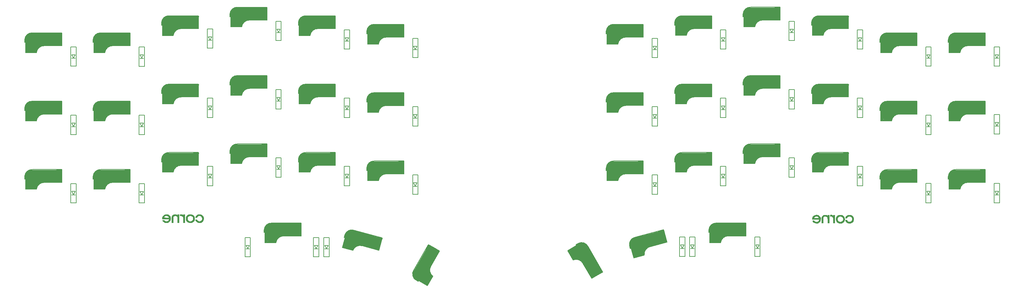
<source format=gbo>
G04 #@! TF.GenerationSoftware,KiCad,Pcbnew,7.0.1*
G04 #@! TF.CreationDate,2023-03-26T00:44:14-07:00*
G04 #@! TF.ProjectId,corne-wireless,636f726e-652d-4776-9972-656c6573732e,3.0.1*
G04 #@! TF.SameCoordinates,Original*
G04 #@! TF.FileFunction,Legend,Bot*
G04 #@! TF.FilePolarity,Positive*
%FSLAX46Y46*%
G04 Gerber Fmt 4.6, Leading zero omitted, Abs format (unit mm)*
G04 Created by KiCad (PCBNEW 7.0.1) date 2023-03-26 00:44:14*
%MOMM*%
%LPD*%
G01*
G04 APERTURE LIST*
%ADD10C,0.150000*%
%ADD11C,0.300000*%
%ADD12C,0.500000*%
%ADD13C,0.800000*%
%ADD14C,3.000000*%
%ADD15C,3.500000*%
%ADD16C,1.000000*%
%ADD17C,0.400000*%
%ADD18C,0.010000*%
G04 APERTURE END LIST*
D10*
X33207500Y-31080000D02*
X33207500Y-31830000D01*
X33207500Y-31830000D02*
X33407500Y-31830000D01*
D11*
X33307500Y-31730000D02*
X33307500Y-31080000D01*
D10*
X33457500Y-30230000D02*
X33457500Y-34680000D01*
X33457500Y-34680000D02*
X36487500Y-34680000D01*
D12*
X33657500Y-34480000D02*
X36107500Y-34480000D01*
D13*
X33807500Y-34180000D02*
X33807500Y-32380001D01*
D14*
X34937500Y-30680000D02*
X34937500Y-32920000D01*
D10*
X38707500Y-32780000D02*
X43507500Y-32780000D01*
D15*
X41707500Y-30980000D02*
X35007500Y-30980000D01*
D16*
X43007500Y-29780000D02*
X43007500Y-32280000D01*
D12*
X43307500Y-32530000D02*
X42007500Y-32480000D01*
D17*
X43357500Y-29380000D02*
X42107500Y-29380000D01*
D10*
X43487500Y-31780000D02*
X43487500Y-29530000D01*
X43507500Y-29180000D02*
X35307499Y-29180000D01*
X43507500Y-32780000D02*
X43507500Y-29180000D01*
X35307499Y-29179999D02*
G75*
G03*
X33207500Y-31080001I-100000J-1999999D01*
G01*
D16*
X38307500Y-32380000D02*
G75*
G03*
X36091182Y-34258529I-65001J-2169999D01*
G01*
D10*
X38707500Y-32780000D02*
G75*
G03*
X36491182Y-34658529I-65001J-2169999D01*
G01*
X52207500Y-26330000D02*
X52207500Y-27080000D01*
X52207500Y-27080000D02*
X52407500Y-27080000D01*
D11*
X52307500Y-26980000D02*
X52307500Y-26330000D01*
D10*
X52457500Y-25480000D02*
X52457500Y-29930000D01*
X52457500Y-29930000D02*
X55487500Y-29930000D01*
D12*
X52657500Y-29730000D02*
X55107500Y-29730000D01*
D13*
X52807500Y-29430000D02*
X52807500Y-27630001D01*
D14*
X53937500Y-25930000D02*
X53937500Y-28170000D01*
D10*
X57707500Y-28030000D02*
X62507500Y-28030000D01*
D15*
X60707500Y-26230000D02*
X54007500Y-26230000D01*
D16*
X62007500Y-25030000D02*
X62007500Y-27530000D01*
D12*
X62307500Y-27780000D02*
X61007500Y-27730000D01*
D17*
X62357500Y-24630000D02*
X61107500Y-24630000D01*
D10*
X62487500Y-27030000D02*
X62487500Y-24780000D01*
X62507500Y-24430000D02*
X54307499Y-24430000D01*
X62507500Y-28030000D02*
X62507500Y-24430000D01*
X54307499Y-24429999D02*
G75*
G03*
X52207500Y-26330001I-100000J-1999999D01*
G01*
D16*
X57307500Y-27630000D02*
G75*
G03*
X55091182Y-29508529I-65001J-2169999D01*
G01*
D10*
X57707500Y-28030000D02*
G75*
G03*
X55491182Y-29908529I-65001J-2169999D01*
G01*
X71207500Y-23955000D02*
X71207500Y-24705000D01*
X71207500Y-24705000D02*
X71407500Y-24705000D01*
D11*
X71307500Y-24605000D02*
X71307500Y-23955000D01*
D10*
X71457500Y-23105000D02*
X71457500Y-27555000D01*
X71457500Y-27555000D02*
X74487500Y-27555000D01*
D12*
X71657500Y-27355000D02*
X74107500Y-27355000D01*
D13*
X71807500Y-27055000D02*
X71807500Y-25255001D01*
D14*
X72937500Y-23555000D02*
X72937500Y-25795000D01*
D10*
X76707500Y-25655000D02*
X81507500Y-25655000D01*
D15*
X79707500Y-23855000D02*
X73007500Y-23855000D01*
D16*
X81007500Y-22655000D02*
X81007500Y-25155000D01*
D12*
X81307500Y-25405000D02*
X80007500Y-25355000D01*
D17*
X81357500Y-22255000D02*
X80107500Y-22255000D01*
D10*
X81487500Y-24655000D02*
X81487500Y-22405000D01*
X81507500Y-22055000D02*
X73307499Y-22055000D01*
X81507500Y-25655000D02*
X81507500Y-22055000D01*
X73307499Y-22054999D02*
G75*
G03*
X71207500Y-23955001I-100000J-1999999D01*
G01*
D16*
X76307500Y-25255000D02*
G75*
G03*
X74091182Y-27133529I-65001J-2169999D01*
G01*
D10*
X76707500Y-25655000D02*
G75*
G03*
X74491182Y-27533529I-65001J-2169999D01*
G01*
X90207500Y-26330000D02*
X90207500Y-27080000D01*
X90207500Y-27080000D02*
X90407500Y-27080000D01*
D11*
X90307500Y-26980000D02*
X90307500Y-26330000D01*
D10*
X90457500Y-25480000D02*
X90457500Y-29930000D01*
X90457500Y-29930000D02*
X93487500Y-29930000D01*
D12*
X90657500Y-29730000D02*
X93107500Y-29730000D01*
D13*
X90807500Y-29430000D02*
X90807500Y-27630001D01*
D14*
X91937500Y-25930000D02*
X91937500Y-28170000D01*
D10*
X95707500Y-28030000D02*
X100507500Y-28030000D01*
D15*
X98707500Y-26230000D02*
X92007500Y-26230000D01*
D16*
X100007500Y-25030000D02*
X100007500Y-27530000D01*
D12*
X100307500Y-27780000D02*
X99007500Y-27730000D01*
D17*
X100357500Y-24630000D02*
X99107500Y-24630000D01*
D10*
X100487500Y-27030000D02*
X100487500Y-24780000D01*
X100507500Y-24430000D02*
X92307499Y-24430000D01*
X100507500Y-28030000D02*
X100507500Y-24430000D01*
X92307499Y-24429999D02*
G75*
G03*
X90207500Y-26330001I-100000J-1999999D01*
G01*
D16*
X95307500Y-27630000D02*
G75*
G03*
X93091182Y-29508529I-65001J-2169999D01*
G01*
D10*
X95707500Y-28030000D02*
G75*
G03*
X93491182Y-29908529I-65001J-2169999D01*
G01*
X14207500Y-50080000D02*
X14207500Y-50830000D01*
X14207500Y-50830000D02*
X14407500Y-50830000D01*
D11*
X14307500Y-50730000D02*
X14307500Y-50080000D01*
D10*
X14457500Y-49230000D02*
X14457500Y-53680000D01*
X14457500Y-53680000D02*
X17487500Y-53680000D01*
D12*
X14657500Y-53480000D02*
X17107500Y-53480000D01*
D13*
X14807500Y-53180000D02*
X14807500Y-51380001D01*
D14*
X15937500Y-49680000D02*
X15937500Y-51920000D01*
D10*
X19707500Y-51780000D02*
X24507500Y-51780000D01*
D15*
X22707500Y-49980000D02*
X16007500Y-49980000D01*
D16*
X24007500Y-48780000D02*
X24007500Y-51280000D01*
D12*
X24307500Y-51530000D02*
X23007500Y-51480000D01*
D17*
X24357500Y-48380000D02*
X23107500Y-48380000D01*
D10*
X24487500Y-50780000D02*
X24487500Y-48530000D01*
X24507500Y-48180000D02*
X16307499Y-48180000D01*
X24507500Y-51780000D02*
X24507500Y-48180000D01*
X16307499Y-48179999D02*
G75*
G03*
X14207500Y-50080001I-100000J-1999999D01*
G01*
D16*
X19307500Y-51380000D02*
G75*
G03*
X17091182Y-53258529I-65001J-2169999D01*
G01*
D10*
X19707500Y-51780000D02*
G75*
G03*
X17491182Y-53658529I-65001J-2169999D01*
G01*
X33207500Y-50080000D02*
X33207500Y-50830000D01*
X33207500Y-50830000D02*
X33407500Y-50830000D01*
D11*
X33307500Y-50730000D02*
X33307500Y-50080000D01*
D10*
X33457500Y-49230000D02*
X33457500Y-53680000D01*
X33457500Y-53680000D02*
X36487500Y-53680000D01*
D12*
X33657500Y-53480000D02*
X36107500Y-53480000D01*
D13*
X33807500Y-53180000D02*
X33807500Y-51380001D01*
D14*
X34937500Y-49680000D02*
X34937500Y-51920000D01*
D10*
X38707500Y-51780000D02*
X43507500Y-51780000D01*
D15*
X41707500Y-49980000D02*
X35007500Y-49980000D01*
D16*
X43007500Y-48780000D02*
X43007500Y-51280000D01*
D12*
X43307500Y-51530000D02*
X42007500Y-51480000D01*
D17*
X43357500Y-48380000D02*
X42107500Y-48380000D01*
D10*
X43487500Y-50780000D02*
X43487500Y-48530000D01*
X43507500Y-48180000D02*
X35307499Y-48180000D01*
X43507500Y-51780000D02*
X43507500Y-48180000D01*
X35307499Y-48179999D02*
G75*
G03*
X33207500Y-50080001I-100000J-1999999D01*
G01*
D16*
X38307500Y-51380000D02*
G75*
G03*
X36091182Y-53258529I-65001J-2169999D01*
G01*
D10*
X38707500Y-51780000D02*
G75*
G03*
X36491182Y-53658529I-65001J-2169999D01*
G01*
X52207500Y-45330000D02*
X52207500Y-46080000D01*
X52207500Y-46080000D02*
X52407500Y-46080000D01*
D11*
X52307500Y-45980000D02*
X52307500Y-45330000D01*
D10*
X52457500Y-44480000D02*
X52457500Y-48930000D01*
X52457500Y-48930000D02*
X55487500Y-48930000D01*
D12*
X52657500Y-48730000D02*
X55107500Y-48730000D01*
D13*
X52807500Y-48430000D02*
X52807500Y-46630001D01*
D14*
X53937500Y-44930000D02*
X53937500Y-47170000D01*
D10*
X57707500Y-47030000D02*
X62507500Y-47030000D01*
D15*
X60707500Y-45230000D02*
X54007500Y-45230000D01*
D16*
X62007500Y-44030000D02*
X62007500Y-46530000D01*
D12*
X62307500Y-46780000D02*
X61007500Y-46730000D01*
D17*
X62357500Y-43630000D02*
X61107500Y-43630000D01*
D10*
X62487500Y-46030000D02*
X62487500Y-43780000D01*
X62507500Y-43430000D02*
X54307499Y-43430000D01*
X62507500Y-47030000D02*
X62507500Y-43430000D01*
X54307499Y-43429999D02*
G75*
G03*
X52207500Y-45330001I-100000J-1999999D01*
G01*
D16*
X57307500Y-46630000D02*
G75*
G03*
X55091182Y-48508529I-65001J-2169999D01*
G01*
D10*
X57707500Y-47030000D02*
G75*
G03*
X55491182Y-48908529I-65001J-2169999D01*
G01*
X71207500Y-42955000D02*
X71207500Y-43705000D01*
X71207500Y-43705000D02*
X71407500Y-43705000D01*
D11*
X71307500Y-43605000D02*
X71307500Y-42955000D01*
D10*
X71457500Y-42105000D02*
X71457500Y-46555000D01*
X71457500Y-46555000D02*
X74487500Y-46555000D01*
D12*
X71657500Y-46355000D02*
X74107500Y-46355000D01*
D13*
X71807500Y-46055000D02*
X71807500Y-44255001D01*
D14*
X72937500Y-42555000D02*
X72937500Y-44795000D01*
D10*
X76707500Y-44655000D02*
X81507500Y-44655000D01*
D15*
X79707500Y-42855000D02*
X73007500Y-42855000D01*
D16*
X81007500Y-41655000D02*
X81007500Y-44155000D01*
D12*
X81307500Y-44405000D02*
X80007500Y-44355000D01*
D17*
X81357500Y-41255000D02*
X80107500Y-41255000D01*
D10*
X81487500Y-43655000D02*
X81487500Y-41405000D01*
X81507500Y-41055000D02*
X73307499Y-41055000D01*
X81507500Y-44655000D02*
X81507500Y-41055000D01*
X73307499Y-41054999D02*
G75*
G03*
X71207500Y-42955001I-100000J-1999999D01*
G01*
D16*
X76307500Y-44255000D02*
G75*
G03*
X74091182Y-46133529I-65001J-2169999D01*
G01*
D10*
X76707500Y-44655000D02*
G75*
G03*
X74491182Y-46533529I-65001J-2169999D01*
G01*
X90207500Y-45330000D02*
X90207500Y-46080000D01*
X90207500Y-46080000D02*
X90407500Y-46080000D01*
D11*
X90307500Y-45980000D02*
X90307500Y-45330000D01*
D10*
X90457500Y-44480000D02*
X90457500Y-48930000D01*
X90457500Y-48930000D02*
X93487500Y-48930000D01*
D12*
X90657500Y-48730000D02*
X93107500Y-48730000D01*
D13*
X90807500Y-48430000D02*
X90807500Y-46630001D01*
D14*
X91937500Y-44930000D02*
X91937500Y-47170000D01*
D10*
X95707500Y-47030000D02*
X100507500Y-47030000D01*
D15*
X98707500Y-45230000D02*
X92007500Y-45230000D01*
D16*
X100007500Y-44030000D02*
X100007500Y-46530000D01*
D12*
X100307500Y-46780000D02*
X99007500Y-46730000D01*
D17*
X100357500Y-43630000D02*
X99107500Y-43630000D01*
D10*
X100487500Y-46030000D02*
X100487500Y-43780000D01*
X100507500Y-43430000D02*
X92307499Y-43430000D01*
X100507500Y-47030000D02*
X100507500Y-43430000D01*
X92307499Y-43429999D02*
G75*
G03*
X90207500Y-45330001I-100000J-1999999D01*
G01*
D16*
X95307500Y-46630000D02*
G75*
G03*
X93091182Y-48508529I-65001J-2169999D01*
G01*
D10*
X95707500Y-47030000D02*
G75*
G03*
X93491182Y-48908529I-65001J-2169999D01*
G01*
X109207500Y-47705000D02*
X109207500Y-48455000D01*
X109207500Y-48455000D02*
X109407500Y-48455000D01*
D11*
X109307500Y-48355000D02*
X109307500Y-47705000D01*
D10*
X109457500Y-46855000D02*
X109457500Y-51305000D01*
X109457500Y-51305000D02*
X112487500Y-51305000D01*
D12*
X109657500Y-51105000D02*
X112107500Y-51105000D01*
D13*
X109807500Y-50805000D02*
X109807500Y-49005001D01*
D14*
X110937500Y-47305000D02*
X110937500Y-49545000D01*
D10*
X114707500Y-49405000D02*
X119507500Y-49405000D01*
D15*
X117707500Y-47605000D02*
X111007500Y-47605000D01*
D16*
X119007500Y-46405000D02*
X119007500Y-48905000D01*
D12*
X119307500Y-49155000D02*
X118007500Y-49105000D01*
D17*
X119357500Y-46005000D02*
X118107500Y-46005000D01*
D10*
X119487500Y-48405000D02*
X119487500Y-46155000D01*
X119507500Y-45805000D02*
X111307499Y-45805000D01*
X119507500Y-49405000D02*
X119507500Y-45805000D01*
X111307499Y-45804999D02*
G75*
G03*
X109207500Y-47705001I-100000J-1999999D01*
G01*
D16*
X114307500Y-49005000D02*
G75*
G03*
X112091182Y-50883529I-65001J-2169999D01*
G01*
D10*
X114707500Y-49405000D02*
G75*
G03*
X112491182Y-51283529I-65001J-2169999D01*
G01*
X14207500Y-69080000D02*
X14207500Y-69830000D01*
X14207500Y-69830000D02*
X14407500Y-69830000D01*
D11*
X14307500Y-69730000D02*
X14307500Y-69080000D01*
D10*
X14457500Y-68230000D02*
X14457500Y-72680000D01*
X14457500Y-72680000D02*
X17487500Y-72680000D01*
D12*
X14657500Y-72480000D02*
X17107500Y-72480000D01*
D13*
X14807500Y-72180000D02*
X14807500Y-70380001D01*
D14*
X15937500Y-68680000D02*
X15937500Y-70920000D01*
D10*
X19707500Y-70780000D02*
X24507500Y-70780000D01*
D15*
X22707500Y-68980000D02*
X16007500Y-68980000D01*
D16*
X24007500Y-67780000D02*
X24007500Y-70280000D01*
D12*
X24307500Y-70530000D02*
X23007500Y-70480000D01*
D17*
X24357500Y-67380000D02*
X23107500Y-67380000D01*
D10*
X24487500Y-69780000D02*
X24487500Y-67530000D01*
X24507500Y-67180000D02*
X16307499Y-67180000D01*
X24507500Y-70780000D02*
X24507500Y-67180000D01*
X16307499Y-67179999D02*
G75*
G03*
X14207500Y-69080001I-100000J-1999999D01*
G01*
D16*
X19307500Y-70380000D02*
G75*
G03*
X17091182Y-72258529I-65001J-2169999D01*
G01*
D10*
X19707500Y-70780000D02*
G75*
G03*
X17491182Y-72658529I-65001J-2169999D01*
G01*
X33207500Y-69080000D02*
X33207500Y-69830000D01*
X33207500Y-69830000D02*
X33407500Y-69830000D01*
D11*
X33307500Y-69730000D02*
X33307500Y-69080000D01*
D10*
X33457500Y-68230000D02*
X33457500Y-72680000D01*
X33457500Y-72680000D02*
X36487500Y-72680000D01*
D12*
X33657500Y-72480000D02*
X36107500Y-72480000D01*
D13*
X33807500Y-72180000D02*
X33807500Y-70380001D01*
D14*
X34937500Y-68680000D02*
X34937500Y-70920000D01*
D10*
X38707500Y-70780000D02*
X43507500Y-70780000D01*
D15*
X41707500Y-68980000D02*
X35007500Y-68980000D01*
D16*
X43007500Y-67780000D02*
X43007500Y-70280000D01*
D12*
X43307500Y-70530000D02*
X42007500Y-70480000D01*
D17*
X43357500Y-67380000D02*
X42107500Y-67380000D01*
D10*
X43487500Y-69780000D02*
X43487500Y-67530000D01*
X43507500Y-67180000D02*
X35307499Y-67180000D01*
X43507500Y-70780000D02*
X43507500Y-67180000D01*
X35307499Y-67179999D02*
G75*
G03*
X33207500Y-69080001I-100000J-1999999D01*
G01*
D16*
X38307500Y-70380000D02*
G75*
G03*
X36091182Y-72258529I-65001J-2169999D01*
G01*
D10*
X38707500Y-70780000D02*
G75*
G03*
X36491182Y-72658529I-65001J-2169999D01*
G01*
X52207500Y-64330000D02*
X52207500Y-65080000D01*
X52207500Y-65080000D02*
X52407500Y-65080000D01*
D11*
X52307500Y-64980000D02*
X52307500Y-64330000D01*
D10*
X52457500Y-63480000D02*
X52457500Y-67930000D01*
X52457500Y-67930000D02*
X55487500Y-67930000D01*
D12*
X52657500Y-67730000D02*
X55107500Y-67730000D01*
D13*
X52807500Y-67430000D02*
X52807500Y-65630001D01*
D14*
X53937500Y-63930000D02*
X53937500Y-66170000D01*
D10*
X57707500Y-66030000D02*
X62507500Y-66030000D01*
D15*
X60707500Y-64230000D02*
X54007500Y-64230000D01*
D16*
X62007500Y-63030000D02*
X62007500Y-65530000D01*
D12*
X62307500Y-65780000D02*
X61007500Y-65730000D01*
D17*
X62357500Y-62630000D02*
X61107500Y-62630000D01*
D10*
X62487500Y-65030000D02*
X62487500Y-62780000D01*
X62507500Y-62430000D02*
X54307499Y-62430000D01*
X62507500Y-66030000D02*
X62507500Y-62430000D01*
X54307499Y-62429999D02*
G75*
G03*
X52207500Y-64330001I-100000J-1999999D01*
G01*
D16*
X57307500Y-65630000D02*
G75*
G03*
X55091182Y-67508529I-65001J-2169999D01*
G01*
D10*
X57707500Y-66030000D02*
G75*
G03*
X55491182Y-67908529I-65001J-2169999D01*
G01*
X71207500Y-61955000D02*
X71207500Y-62705000D01*
X71207500Y-62705000D02*
X71407500Y-62705000D01*
D11*
X71307500Y-62605000D02*
X71307500Y-61955000D01*
D10*
X71457500Y-61105000D02*
X71457500Y-65555000D01*
X71457500Y-65555000D02*
X74487500Y-65555000D01*
D12*
X71657500Y-65355000D02*
X74107500Y-65355000D01*
D13*
X71807500Y-65055000D02*
X71807500Y-63255001D01*
D14*
X72937500Y-61555000D02*
X72937500Y-63795000D01*
D10*
X76707500Y-63655000D02*
X81507500Y-63655000D01*
D15*
X79707500Y-61855000D02*
X73007500Y-61855000D01*
D16*
X81007500Y-60655000D02*
X81007500Y-63155000D01*
D12*
X81307500Y-63405000D02*
X80007500Y-63355000D01*
D17*
X81357500Y-60255000D02*
X80107500Y-60255000D01*
D10*
X81487500Y-62655000D02*
X81487500Y-60405000D01*
X81507500Y-60055000D02*
X73307499Y-60055000D01*
X81507500Y-63655000D02*
X81507500Y-60055000D01*
X73307499Y-60054999D02*
G75*
G03*
X71207500Y-61955001I-100000J-1999999D01*
G01*
D16*
X76307500Y-63255000D02*
G75*
G03*
X74091182Y-65133529I-65001J-2169999D01*
G01*
D10*
X76707500Y-63655000D02*
G75*
G03*
X74491182Y-65533529I-65001J-2169999D01*
G01*
X90207500Y-64330000D02*
X90207500Y-65080000D01*
X90207500Y-65080000D02*
X90407500Y-65080000D01*
D11*
X90307500Y-64980000D02*
X90307500Y-64330000D01*
D10*
X90457500Y-63480000D02*
X90457500Y-67930000D01*
X90457500Y-67930000D02*
X93487500Y-67930000D01*
D12*
X90657500Y-67730000D02*
X93107500Y-67730000D01*
D13*
X90807500Y-67430000D02*
X90807500Y-65630001D01*
D14*
X91937500Y-63930000D02*
X91937500Y-66170000D01*
D10*
X95707500Y-66030000D02*
X100507500Y-66030000D01*
D15*
X98707500Y-64230000D02*
X92007500Y-64230000D01*
D16*
X100007500Y-63030000D02*
X100007500Y-65530000D01*
D12*
X100307500Y-65780000D02*
X99007500Y-65730000D01*
D17*
X100357500Y-62630000D02*
X99107500Y-62630000D01*
D10*
X100487500Y-65030000D02*
X100487500Y-62780000D01*
X100507500Y-62430000D02*
X92307499Y-62430000D01*
X100507500Y-66030000D02*
X100507500Y-62430000D01*
X92307499Y-62429999D02*
G75*
G03*
X90207500Y-64330001I-100000J-1999999D01*
G01*
D16*
X95307500Y-65630000D02*
G75*
G03*
X93091182Y-67508529I-65001J-2169999D01*
G01*
D10*
X95707500Y-66030000D02*
G75*
G03*
X93491182Y-67908529I-65001J-2169999D01*
G01*
X109207500Y-66705000D02*
X109207500Y-67455000D01*
X109207500Y-67455000D02*
X109407500Y-67455000D01*
D11*
X109307500Y-67355000D02*
X109307500Y-66705000D01*
D10*
X109457500Y-65855000D02*
X109457500Y-70305000D01*
X109457500Y-70305000D02*
X112487500Y-70305000D01*
D12*
X109657500Y-70105000D02*
X112107500Y-70105000D01*
D13*
X109807500Y-69805000D02*
X109807500Y-68005001D01*
D14*
X110937500Y-66305000D02*
X110937500Y-68545000D01*
D10*
X114707500Y-68405000D02*
X119507500Y-68405000D01*
D15*
X117707500Y-66605000D02*
X111007500Y-66605000D01*
D16*
X119007500Y-65405000D02*
X119007500Y-67905000D01*
D12*
X119307500Y-68155000D02*
X118007500Y-68105000D01*
D17*
X119357500Y-65005000D02*
X118107500Y-65005000D01*
D10*
X119487500Y-67405000D02*
X119487500Y-65155000D01*
X119507500Y-64805000D02*
X111307499Y-64805000D01*
X119507500Y-68405000D02*
X119507500Y-64805000D01*
X111307499Y-64804999D02*
G75*
G03*
X109207500Y-66705001I-100000J-1999999D01*
G01*
D16*
X114307500Y-68005000D02*
G75*
G03*
X112091182Y-69883529I-65001J-2169999D01*
G01*
D10*
X114707500Y-68405000D02*
G75*
G03*
X112491182Y-70283529I-65001J-2169999D01*
G01*
X80707500Y-83955000D02*
X80707500Y-84705000D01*
X80707500Y-84705000D02*
X80907500Y-84705000D01*
D11*
X80807500Y-84605000D02*
X80807500Y-83955000D01*
D10*
X80957500Y-83105000D02*
X80957500Y-87555000D01*
X80957500Y-87555000D02*
X83987500Y-87555000D01*
D12*
X81157500Y-87355000D02*
X83607500Y-87355000D01*
D13*
X81307500Y-87055000D02*
X81307500Y-85255001D01*
D14*
X82437500Y-83555000D02*
X82437500Y-85795000D01*
D10*
X86207500Y-85655000D02*
X91007500Y-85655000D01*
D15*
X89207500Y-83855000D02*
X82507500Y-83855000D01*
D16*
X90507500Y-82655000D02*
X90507500Y-85155000D01*
D12*
X90807500Y-85405000D02*
X89507500Y-85355000D01*
D17*
X90857500Y-82255000D02*
X89607500Y-82255000D01*
D10*
X90987500Y-84655000D02*
X90987500Y-82405000D01*
X91007500Y-82055000D02*
X82807499Y-82055000D01*
X91007500Y-85655000D02*
X91007500Y-82055000D01*
X82807499Y-82054999D02*
G75*
G03*
X80707500Y-83955001I-100000J-1999999D01*
G01*
D16*
X85807500Y-85255000D02*
G75*
G03*
X83591182Y-87133529I-65001J-2169999D01*
G01*
D10*
X86207500Y-85655000D02*
G75*
G03*
X83991182Y-87533529I-65001J-2169999D01*
G01*
X103124987Y-85338116D02*
X102930873Y-86062561D01*
X102930873Y-86062561D02*
X103124058Y-86114324D01*
D11*
X103053347Y-85991850D02*
X103221580Y-85363998D01*
D10*
X103586465Y-84581784D02*
X102434720Y-88880154D01*
X102434720Y-88880154D02*
X105361475Y-89664376D01*
D12*
X102679669Y-88738733D02*
X105046187Y-89372839D01*
D13*
X102902204Y-88487778D02*
X103368078Y-86749112D01*
D14*
X104899566Y-85399503D02*
X104319812Y-87563177D01*
D10*
X107997587Y-88403695D02*
X112634031Y-89646026D01*
D15*
X111361239Y-87441486D02*
X104889536Y-85707398D01*
D16*
X112927525Y-86618839D02*
X112280477Y-89033654D01*
D12*
X112505550Y-89352781D02*
X111262788Y-88968020D01*
D17*
X113369127Y-86323056D02*
X112161719Y-85999532D01*
D10*
X112873531Y-88674924D02*
X113455874Y-86501591D01*
X113565779Y-86168693D02*
X105645187Y-84046377D01*
X112634031Y-89646026D02*
X113565779Y-86168693D01*
X105645187Y-84046378D02*
G75*
G03*
X103124988Y-85338117I-614231J-1905967D01*
G01*
D16*
X107714744Y-87913798D02*
G75*
G03*
X105087747Y-89154691I-624423J-2079234D01*
G01*
D10*
X107997587Y-88403695D02*
G75*
G03*
X105370589Y-89644589I-624423J-2079234D01*
G01*
X122837181Y-97914550D02*
X123486700Y-98289550D01*
X123486700Y-98289550D02*
X123586700Y-98116345D01*
D11*
X123450097Y-98152947D02*
X122887181Y-97827947D01*
D10*
X122226059Y-97273044D02*
X126079872Y-99498044D01*
X126079872Y-99498044D02*
X127594872Y-96873987D01*
D12*
X126006667Y-99224838D02*
X127231667Y-97103076D01*
D13*
X125821859Y-98944935D02*
X124263014Y-98044935D01*
D14*
X123355770Y-96216326D02*
X125295667Y-97336326D01*
D10*
X127059424Y-94001410D02*
X129459424Y-89844488D01*
D15*
X127000578Y-90503334D02*
X123650578Y-96305704D01*
D16*
X126611348Y-88777501D02*
X128776411Y-90027501D01*
D12*
X129142917Y-89892693D02*
X128449616Y-90993526D01*
D17*
X126439937Y-88274392D02*
X125814937Y-89356924D01*
D10*
X128583398Y-89361809D02*
X126634841Y-88236809D01*
X126341732Y-88044488D02*
X122241732Y-95145897D01*
X129459424Y-89844488D02*
X126341732Y-88044488D01*
X122241732Y-95145897D02*
G75*
G03*
X122837181Y-97914550I1682049J-1086602D01*
G01*
D16*
X126513014Y-94147820D02*
G75*
G03*
X127031708Y-97006472I1846773J-1141292D01*
G01*
D10*
X127059425Y-94001411D02*
G75*
G03*
X127578120Y-96860061I1846773J-1141291D01*
G01*
X167984819Y-87690450D02*
X167335300Y-88065450D01*
X167335300Y-88065450D02*
X167435300Y-88238655D01*
D11*
X167471903Y-88102053D02*
X168034819Y-87777053D01*
D10*
X168845941Y-87481956D02*
X164992128Y-89706956D01*
X164992128Y-89706956D02*
X166507128Y-92331013D01*
D12*
X165265333Y-89780162D02*
X166490333Y-91901924D01*
D13*
X165600141Y-89760065D02*
X167158986Y-88860066D01*
D14*
X169196230Y-88988674D02*
X167256333Y-90108674D01*
D10*
X169262576Y-93303590D02*
X171662576Y-97460512D01*
D15*
X172321422Y-95001666D02*
X168971422Y-89199296D01*
D16*
X174010652Y-95527499D02*
X171845589Y-96777499D01*
D12*
X171779083Y-97162307D02*
X171172384Y-96011474D01*
D17*
X174532063Y-95630608D02*
X173907063Y-94548076D01*
D10*
X172518602Y-96943191D02*
X174467159Y-95818191D01*
X174780268Y-95660512D02*
X170680267Y-88559103D01*
X171662576Y-97460512D02*
X174780268Y-95660512D01*
X170680267Y-88559103D02*
G75*
G03*
X167984819Y-87690452I-1782049J-913396D01*
G01*
D16*
X169408986Y-92757180D02*
G75*
G03*
X166673974Y-91777057I-1911774J-1028707D01*
G01*
D10*
X169262575Y-93303591D02*
G75*
G03*
X166527563Y-92323468I-1911774J-1028706D01*
G01*
X213714500Y-61950000D02*
X213714500Y-62700000D01*
X213714500Y-62700000D02*
X213914500Y-62700000D01*
D11*
X213814500Y-62600000D02*
X213814500Y-61950000D01*
D10*
X213964500Y-61100000D02*
X213964500Y-65550000D01*
X213964500Y-65550000D02*
X216994500Y-65550000D01*
D12*
X214164500Y-65350000D02*
X216614500Y-65350000D01*
D13*
X214314500Y-65050000D02*
X214314500Y-63250001D01*
D14*
X215444500Y-61550000D02*
X215444500Y-63790000D01*
D10*
X219214500Y-63650000D02*
X224014500Y-63650000D01*
D15*
X222214500Y-61850000D02*
X215514500Y-61850000D01*
D16*
X223514500Y-60650000D02*
X223514500Y-63150000D01*
D12*
X223814500Y-63400000D02*
X222514500Y-63350000D01*
D17*
X223864500Y-60250000D02*
X222614500Y-60250000D01*
D10*
X223994500Y-62650000D02*
X223994500Y-60400000D01*
X224014500Y-60050000D02*
X215814499Y-60050000D01*
X224014500Y-63650000D02*
X224014500Y-60050000D01*
X215814499Y-60049999D02*
G75*
G03*
X213714500Y-61950001I-100000J-1999999D01*
G01*
D16*
X218814500Y-63250000D02*
G75*
G03*
X216598182Y-65128529I-65001J-2169999D01*
G01*
D10*
X219214500Y-63650000D02*
G75*
G03*
X216998182Y-65528529I-65001J-2169999D01*
G01*
X194714500Y-64325000D02*
X194714500Y-65075000D01*
X194714500Y-65075000D02*
X194914500Y-65075000D01*
D11*
X194814500Y-64975000D02*
X194814500Y-64325000D01*
D10*
X194964500Y-63475000D02*
X194964500Y-67925000D01*
X194964500Y-67925000D02*
X197994500Y-67925000D01*
D12*
X195164500Y-67725000D02*
X197614500Y-67725000D01*
D13*
X195314500Y-67425000D02*
X195314500Y-65625001D01*
D14*
X196444500Y-63925000D02*
X196444500Y-66165000D01*
D10*
X200214500Y-66025000D02*
X205014500Y-66025000D01*
D15*
X203214500Y-64225000D02*
X196514500Y-64225000D01*
D16*
X204514500Y-63025000D02*
X204514500Y-65525000D01*
D12*
X204814500Y-65775000D02*
X203514500Y-65725000D01*
D17*
X204864500Y-62625000D02*
X203614500Y-62625000D01*
D10*
X204994500Y-65025000D02*
X204994500Y-62775000D01*
X205014500Y-62425000D02*
X196814499Y-62425000D01*
X205014500Y-66025000D02*
X205014500Y-62425000D01*
X196814499Y-62424999D02*
G75*
G03*
X194714500Y-64325001I-100000J-1999999D01*
G01*
D16*
X199814500Y-65625000D02*
G75*
G03*
X197598182Y-67503529I-65001J-2169999D01*
G01*
D10*
X200214500Y-66025000D02*
G75*
G03*
X197998182Y-67903529I-65001J-2169999D01*
G01*
X175714500Y-66700000D02*
X175714500Y-67450000D01*
X175714500Y-67450000D02*
X175914500Y-67450000D01*
D11*
X175814500Y-67350000D02*
X175814500Y-66700000D01*
D10*
X175964500Y-65850000D02*
X175964500Y-70300000D01*
X175964500Y-70300000D02*
X178994500Y-70300000D01*
D12*
X176164500Y-70100000D02*
X178614500Y-70100000D01*
D13*
X176314500Y-69800000D02*
X176314500Y-68000001D01*
D14*
X177444500Y-66300000D02*
X177444500Y-68540000D01*
D10*
X181214500Y-68400000D02*
X186014500Y-68400000D01*
D15*
X184214500Y-66600000D02*
X177514500Y-66600000D01*
D16*
X185514500Y-65400000D02*
X185514500Y-67900000D01*
D12*
X185814500Y-68150000D02*
X184514500Y-68100000D01*
D17*
X185864500Y-65000000D02*
X184614500Y-65000000D01*
D10*
X185994500Y-67400000D02*
X185994500Y-65150000D01*
X186014500Y-64800000D02*
X177814499Y-64800000D01*
X186014500Y-68400000D02*
X186014500Y-64800000D01*
X177814499Y-64799999D02*
G75*
G03*
X175714500Y-66700001I-100000J-1999999D01*
G01*
D16*
X180814500Y-68000000D02*
G75*
G03*
X178598182Y-69878529I-65001J-2169999D01*
G01*
D10*
X181214500Y-68400000D02*
G75*
G03*
X178998182Y-70278529I-65001J-2169999D01*
G01*
X204214500Y-83950000D02*
X204214500Y-84700000D01*
X204214500Y-84700000D02*
X204414500Y-84700000D01*
D11*
X204314500Y-84600000D02*
X204314500Y-83950000D01*
D10*
X204464500Y-83100000D02*
X204464500Y-87550000D01*
X204464500Y-87550000D02*
X207494500Y-87550000D01*
D12*
X204664500Y-87350000D02*
X207114500Y-87350000D01*
D13*
X204814500Y-87050000D02*
X204814500Y-85250001D01*
D14*
X205944500Y-83550000D02*
X205944500Y-85790000D01*
D10*
X209714500Y-85650000D02*
X214514500Y-85650000D01*
D15*
X212714500Y-83850000D02*
X206014500Y-83850000D01*
D16*
X214014500Y-82650000D02*
X214014500Y-85150000D01*
D12*
X214314500Y-85400000D02*
X213014500Y-85350000D01*
D17*
X214364500Y-82250000D02*
X213114500Y-82250000D01*
D10*
X214494500Y-84650000D02*
X214494500Y-82400000D01*
X214514500Y-82050000D02*
X206314499Y-82050000D01*
X214514500Y-85650000D02*
X214514500Y-82050000D01*
X206314499Y-82049999D02*
G75*
G03*
X204214500Y-83950001I-100000J-1999999D01*
G01*
D16*
X209314500Y-85250000D02*
G75*
G03*
X207098182Y-87128529I-65001J-2169999D01*
G01*
D10*
X209714500Y-85650000D02*
G75*
G03*
X207498182Y-87528529I-65001J-2169999D01*
G01*
X182199088Y-88387181D02*
X182393202Y-89111625D01*
X182393202Y-89111625D02*
X182586388Y-89059862D01*
D11*
X182463913Y-88989151D02*
X182295681Y-88361299D01*
D10*
X182220573Y-87501439D02*
X183372318Y-91799809D01*
X183372318Y-91799809D02*
X186299073Y-91015587D01*
D12*
X183513739Y-91554860D02*
X185880258Y-90920754D01*
D13*
X183580983Y-91226260D02*
X183115109Y-89487594D01*
D14*
X183766612Y-87553054D02*
X184346367Y-89716728D01*
D10*
X187951673Y-88605750D02*
X192588117Y-87363419D01*
D15*
X190383576Y-86090627D02*
X183911873Y-87824714D01*
D16*
X191328696Y-84595051D02*
X191975744Y-87009865D01*
D12*
X192330227Y-87173701D02*
X191061582Y-87461870D01*
D17*
X191563243Y-84118094D02*
X190355836Y-84441618D01*
D10*
X192309979Y-86402669D02*
X191727636Y-84229336D01*
X191656368Y-83886086D02*
X183735775Y-86008402D01*
X192588117Y-87363419D02*
X191656368Y-83886086D01*
X183735775Y-86008401D02*
G75*
G03*
X182199088Y-88387182I421047J-1957734D01*
G01*
D16*
X187461775Y-88322908D02*
G75*
G03*
X185807175Y-90711052I498851J-2112881D01*
G01*
D10*
X187951673Y-88605751D02*
G75*
G03*
X186297073Y-90993895I498850J-2112881D01*
G01*
X213714500Y-23950000D02*
X213714500Y-24700000D01*
X213714500Y-24700000D02*
X213914500Y-24700000D01*
D11*
X213814500Y-24600000D02*
X213814500Y-23950000D01*
D10*
X213964500Y-23100000D02*
X213964500Y-27550000D01*
X213964500Y-27550000D02*
X216994500Y-27550000D01*
D12*
X214164500Y-27350000D02*
X216614500Y-27350000D01*
D13*
X214314500Y-27050000D02*
X214314500Y-25250001D01*
D14*
X215444500Y-23550000D02*
X215444500Y-25790000D01*
D10*
X219214500Y-25650000D02*
X224014500Y-25650000D01*
D15*
X222214500Y-23850000D02*
X215514500Y-23850000D01*
D16*
X223514500Y-22650000D02*
X223514500Y-25150000D01*
D12*
X223814500Y-25400000D02*
X222514500Y-25350000D01*
D17*
X223864500Y-22250000D02*
X222614500Y-22250000D01*
D10*
X223994500Y-24650000D02*
X223994500Y-22400000D01*
X224014500Y-22050000D02*
X215814499Y-22050000D01*
X224014500Y-25650000D02*
X224014500Y-22050000D01*
X215814499Y-22049999D02*
G75*
G03*
X213714500Y-23950001I-100000J-1999999D01*
G01*
D16*
X218814500Y-25250000D02*
G75*
G03*
X216598182Y-27128529I-65001J-2169999D01*
G01*
D10*
X219214500Y-25650000D02*
G75*
G03*
X216998182Y-27528529I-65001J-2169999D01*
G01*
X194714500Y-26325000D02*
X194714500Y-27075000D01*
X194714500Y-27075000D02*
X194914500Y-27075000D01*
D11*
X194814500Y-26975000D02*
X194814500Y-26325000D01*
D10*
X194964500Y-25475000D02*
X194964500Y-29925000D01*
X194964500Y-29925000D02*
X197994500Y-29925000D01*
D12*
X195164500Y-29725000D02*
X197614500Y-29725000D01*
D13*
X195314500Y-29425000D02*
X195314500Y-27625001D01*
D14*
X196444500Y-25925000D02*
X196444500Y-28165000D01*
D10*
X200214500Y-28025000D02*
X205014500Y-28025000D01*
D15*
X203214500Y-26225000D02*
X196514500Y-26225000D01*
D16*
X204514500Y-25025000D02*
X204514500Y-27525000D01*
D12*
X204814500Y-27775000D02*
X203514500Y-27725000D01*
D17*
X204864500Y-24625000D02*
X203614500Y-24625000D01*
D10*
X204994500Y-27025000D02*
X204994500Y-24775000D01*
X205014500Y-24425000D02*
X196814499Y-24425000D01*
X205014500Y-28025000D02*
X205014500Y-24425000D01*
X196814499Y-24424999D02*
G75*
G03*
X194714500Y-26325001I-100000J-1999999D01*
G01*
D16*
X199814500Y-27625000D02*
G75*
G03*
X197598182Y-29503529I-65001J-2169999D01*
G01*
D10*
X200214500Y-28025000D02*
G75*
G03*
X197998182Y-29903529I-65001J-2169999D01*
G01*
X270714500Y-50075000D02*
X270714500Y-50825000D01*
X270714500Y-50825000D02*
X270914500Y-50825000D01*
D11*
X270814500Y-50725000D02*
X270814500Y-50075000D01*
D10*
X270964500Y-49225000D02*
X270964500Y-53675000D01*
X270964500Y-53675000D02*
X273994500Y-53675000D01*
D12*
X271164500Y-53475000D02*
X273614500Y-53475000D01*
D13*
X271314500Y-53175000D02*
X271314500Y-51375001D01*
D14*
X272444500Y-49675000D02*
X272444500Y-51915000D01*
D10*
X276214500Y-51775000D02*
X281014500Y-51775000D01*
D15*
X279214500Y-49975000D02*
X272514500Y-49975000D01*
D16*
X280514500Y-48775000D02*
X280514500Y-51275000D01*
D12*
X280814500Y-51525000D02*
X279514500Y-51475000D01*
D17*
X280864500Y-48375000D02*
X279614500Y-48375000D01*
D10*
X280994500Y-50775000D02*
X280994500Y-48525000D01*
X281014500Y-48175000D02*
X272814499Y-48175000D01*
X281014500Y-51775000D02*
X281014500Y-48175000D01*
X272814499Y-48174999D02*
G75*
G03*
X270714500Y-50075001I-100000J-1999999D01*
G01*
D16*
X275814500Y-51375000D02*
G75*
G03*
X273598182Y-53253529I-65001J-2169999D01*
G01*
D10*
X276214500Y-51775000D02*
G75*
G03*
X273998182Y-53653529I-65001J-2169999D01*
G01*
X232714500Y-26325000D02*
X232714500Y-27075000D01*
X232714500Y-27075000D02*
X232914500Y-27075000D01*
D11*
X232814500Y-26975000D02*
X232814500Y-26325000D01*
D10*
X232964500Y-25475000D02*
X232964500Y-29925000D01*
X232964500Y-29925000D02*
X235994500Y-29925000D01*
D12*
X233164500Y-29725000D02*
X235614500Y-29725000D01*
D13*
X233314500Y-29425000D02*
X233314500Y-27625001D01*
D14*
X234444500Y-25925000D02*
X234444500Y-28165000D01*
D10*
X238214500Y-28025000D02*
X243014500Y-28025000D01*
D15*
X241214500Y-26225000D02*
X234514500Y-26225000D01*
D16*
X242514500Y-25025000D02*
X242514500Y-27525000D01*
D12*
X242814500Y-27775000D02*
X241514500Y-27725000D01*
D17*
X242864500Y-24625000D02*
X241614500Y-24625000D01*
D10*
X242994500Y-27025000D02*
X242994500Y-24775000D01*
X243014500Y-24425000D02*
X234814499Y-24425000D01*
X243014500Y-28025000D02*
X243014500Y-24425000D01*
X234814499Y-24424999D02*
G75*
G03*
X232714500Y-26325001I-100000J-1999999D01*
G01*
D16*
X237814500Y-27625000D02*
G75*
G03*
X235598182Y-29503529I-65001J-2169999D01*
G01*
D10*
X238214500Y-28025000D02*
G75*
G03*
X235998182Y-29903529I-65001J-2169999D01*
G01*
X251714500Y-50075000D02*
X251714500Y-50825000D01*
X251714500Y-50825000D02*
X251914500Y-50825000D01*
D11*
X251814500Y-50725000D02*
X251814500Y-50075000D01*
D10*
X251964500Y-49225000D02*
X251964500Y-53675000D01*
X251964500Y-53675000D02*
X254994500Y-53675000D01*
D12*
X252164500Y-53475000D02*
X254614500Y-53475000D01*
D13*
X252314500Y-53175000D02*
X252314500Y-51375001D01*
D14*
X253444500Y-49675000D02*
X253444500Y-51915000D01*
D10*
X257214500Y-51775000D02*
X262014500Y-51775000D01*
D15*
X260214500Y-49975000D02*
X253514500Y-49975000D01*
D16*
X261514500Y-48775000D02*
X261514500Y-51275000D01*
D12*
X261814500Y-51525000D02*
X260514500Y-51475000D01*
D17*
X261864500Y-48375000D02*
X260614500Y-48375000D01*
D10*
X261994500Y-50775000D02*
X261994500Y-48525000D01*
X262014500Y-48175000D02*
X253814499Y-48175000D01*
X262014500Y-51775000D02*
X262014500Y-48175000D01*
X253814499Y-48174999D02*
G75*
G03*
X251714500Y-50075001I-100000J-1999999D01*
G01*
D16*
X256814500Y-51375000D02*
G75*
G03*
X254598182Y-53253529I-65001J-2169999D01*
G01*
D10*
X257214500Y-51775000D02*
G75*
G03*
X254998182Y-53653529I-65001J-2169999D01*
G01*
X251714500Y-69075000D02*
X251714500Y-69825000D01*
X251714500Y-69825000D02*
X251914500Y-69825000D01*
D11*
X251814500Y-69725000D02*
X251814500Y-69075000D01*
D10*
X251964500Y-68225000D02*
X251964500Y-72675000D01*
X251964500Y-72675000D02*
X254994500Y-72675000D01*
D12*
X252164500Y-72475000D02*
X254614500Y-72475000D01*
D13*
X252314500Y-72175000D02*
X252314500Y-70375001D01*
D14*
X253444500Y-68675000D02*
X253444500Y-70915000D01*
D10*
X257214500Y-70775000D02*
X262014500Y-70775000D01*
D15*
X260214500Y-68975000D02*
X253514500Y-68975000D01*
D16*
X261514500Y-67775000D02*
X261514500Y-70275000D01*
D12*
X261814500Y-70525000D02*
X260514500Y-70475000D01*
D17*
X261864500Y-67375000D02*
X260614500Y-67375000D01*
D10*
X261994500Y-69775000D02*
X261994500Y-67525000D01*
X262014500Y-67175000D02*
X253814499Y-67175000D01*
X262014500Y-70775000D02*
X262014500Y-67175000D01*
X253814499Y-67174999D02*
G75*
G03*
X251714500Y-69075001I-100000J-1999999D01*
G01*
D16*
X256814500Y-70375000D02*
G75*
G03*
X254598182Y-72253529I-65001J-2169999D01*
G01*
D10*
X257214500Y-70775000D02*
G75*
G03*
X254998182Y-72653529I-65001J-2169999D01*
G01*
X232714500Y-64325000D02*
X232714500Y-65075000D01*
X232714500Y-65075000D02*
X232914500Y-65075000D01*
D11*
X232814500Y-64975000D02*
X232814500Y-64325000D01*
D10*
X232964500Y-63475000D02*
X232964500Y-67925000D01*
X232964500Y-67925000D02*
X235994500Y-67925000D01*
D12*
X233164500Y-67725000D02*
X235614500Y-67725000D01*
D13*
X233314500Y-67425000D02*
X233314500Y-65625001D01*
D14*
X234444500Y-63925000D02*
X234444500Y-66165000D01*
D10*
X238214500Y-66025000D02*
X243014500Y-66025000D01*
D15*
X241214500Y-64225000D02*
X234514500Y-64225000D01*
D16*
X242514500Y-63025000D02*
X242514500Y-65525000D01*
D12*
X242814500Y-65775000D02*
X241514500Y-65725000D01*
D17*
X242864500Y-62625000D02*
X241614500Y-62625000D01*
D10*
X242994500Y-65025000D02*
X242994500Y-62775000D01*
X243014500Y-62425000D02*
X234814499Y-62425000D01*
X243014500Y-66025000D02*
X243014500Y-62425000D01*
X234814499Y-62424999D02*
G75*
G03*
X232714500Y-64325001I-100000J-1999999D01*
G01*
D16*
X237814500Y-65625000D02*
G75*
G03*
X235598182Y-67503529I-65001J-2169999D01*
G01*
D10*
X238214500Y-66025000D02*
G75*
G03*
X235998182Y-67903529I-65001J-2169999D01*
G01*
X270714500Y-31075000D02*
X270714500Y-31825000D01*
X270714500Y-31825000D02*
X270914500Y-31825000D01*
D11*
X270814500Y-31725000D02*
X270814500Y-31075000D01*
D10*
X270964500Y-30225000D02*
X270964500Y-34675000D01*
X270964500Y-34675000D02*
X273994500Y-34675000D01*
D12*
X271164500Y-34475000D02*
X273614500Y-34475000D01*
D13*
X271314500Y-34175000D02*
X271314500Y-32375001D01*
D14*
X272444500Y-30675000D02*
X272444500Y-32915000D01*
D10*
X276214500Y-32775000D02*
X281014500Y-32775000D01*
D15*
X279214500Y-30975000D02*
X272514500Y-30975000D01*
D16*
X280514500Y-29775000D02*
X280514500Y-32275000D01*
D12*
X280814500Y-32525000D02*
X279514500Y-32475000D01*
D17*
X280864500Y-29375000D02*
X279614500Y-29375000D01*
D10*
X280994500Y-31775000D02*
X280994500Y-29525000D01*
X281014500Y-29175000D02*
X272814499Y-29175000D01*
X281014500Y-32775000D02*
X281014500Y-29175000D01*
X272814499Y-29174999D02*
G75*
G03*
X270714500Y-31075001I-100000J-1999999D01*
G01*
D16*
X275814500Y-32375000D02*
G75*
G03*
X273598182Y-34253529I-65001J-2169999D01*
G01*
D10*
X276214500Y-32775000D02*
G75*
G03*
X273998182Y-34653529I-65001J-2169999D01*
G01*
X251714500Y-31075000D02*
X251714500Y-31825000D01*
X251714500Y-31825000D02*
X251914500Y-31825000D01*
D11*
X251814500Y-31725000D02*
X251814500Y-31075000D01*
D10*
X251964500Y-30225000D02*
X251964500Y-34675000D01*
X251964500Y-34675000D02*
X254994500Y-34675000D01*
D12*
X252164500Y-34475000D02*
X254614500Y-34475000D01*
D13*
X252314500Y-34175000D02*
X252314500Y-32375001D01*
D14*
X253444500Y-30675000D02*
X253444500Y-32915000D01*
D10*
X257214500Y-32775000D02*
X262014500Y-32775000D01*
D15*
X260214500Y-30975000D02*
X253514500Y-30975000D01*
D16*
X261514500Y-29775000D02*
X261514500Y-32275000D01*
D12*
X261814500Y-32525000D02*
X260514500Y-32475000D01*
D17*
X261864500Y-29375000D02*
X260614500Y-29375000D01*
D10*
X261994500Y-31775000D02*
X261994500Y-29525000D01*
X262014500Y-29175000D02*
X253814499Y-29175000D01*
X262014500Y-32775000D02*
X262014500Y-29175000D01*
X253814499Y-29174999D02*
G75*
G03*
X251714500Y-31075001I-100000J-1999999D01*
G01*
D16*
X256814500Y-32375000D02*
G75*
G03*
X254598182Y-34253529I-65001J-2169999D01*
G01*
D10*
X257214500Y-32775000D02*
G75*
G03*
X254998182Y-34653529I-65001J-2169999D01*
G01*
X232714500Y-45325000D02*
X232714500Y-46075000D01*
X232714500Y-46075000D02*
X232914500Y-46075000D01*
D11*
X232814500Y-45975000D02*
X232814500Y-45325000D01*
D10*
X232964500Y-44475000D02*
X232964500Y-48925000D01*
X232964500Y-48925000D02*
X235994500Y-48925000D01*
D12*
X233164500Y-48725000D02*
X235614500Y-48725000D01*
D13*
X233314500Y-48425000D02*
X233314500Y-46625001D01*
D14*
X234444500Y-44925000D02*
X234444500Y-47165000D01*
D10*
X238214500Y-47025000D02*
X243014500Y-47025000D01*
D15*
X241214500Y-45225000D02*
X234514500Y-45225000D01*
D16*
X242514500Y-44025000D02*
X242514500Y-46525000D01*
D12*
X242814500Y-46775000D02*
X241514500Y-46725000D01*
D17*
X242864500Y-43625000D02*
X241614500Y-43625000D01*
D10*
X242994500Y-46025000D02*
X242994500Y-43775000D01*
X243014500Y-43425000D02*
X234814499Y-43425000D01*
X243014500Y-47025000D02*
X243014500Y-43425000D01*
X234814499Y-43424999D02*
G75*
G03*
X232714500Y-45325001I-100000J-1999999D01*
G01*
D16*
X237814500Y-46625000D02*
G75*
G03*
X235598182Y-48503529I-65001J-2169999D01*
G01*
D10*
X238214500Y-47025000D02*
G75*
G03*
X235998182Y-48903529I-65001J-2169999D01*
G01*
X213714500Y-42950000D02*
X213714500Y-43700000D01*
X213714500Y-43700000D02*
X213914500Y-43700000D01*
D11*
X213814500Y-43600000D02*
X213814500Y-42950000D01*
D10*
X213964500Y-42100000D02*
X213964500Y-46550000D01*
X213964500Y-46550000D02*
X216994500Y-46550000D01*
D12*
X214164500Y-46350000D02*
X216614500Y-46350000D01*
D13*
X214314500Y-46050000D02*
X214314500Y-44250001D01*
D14*
X215444500Y-42550000D02*
X215444500Y-44790000D01*
D10*
X219214500Y-44650000D02*
X224014500Y-44650000D01*
D15*
X222214500Y-42850000D02*
X215514500Y-42850000D01*
D16*
X223514500Y-41650000D02*
X223514500Y-44150000D01*
D12*
X223814500Y-44400000D02*
X222514500Y-44350000D01*
D17*
X223864500Y-41250000D02*
X222614500Y-41250000D01*
D10*
X223994500Y-43650000D02*
X223994500Y-41400000D01*
X224014500Y-41050000D02*
X215814499Y-41050000D01*
X224014500Y-44650000D02*
X224014500Y-41050000D01*
X215814499Y-41049999D02*
G75*
G03*
X213714500Y-42950001I-100000J-1999999D01*
G01*
D16*
X218814500Y-44250000D02*
G75*
G03*
X216598182Y-46128529I-65001J-2169999D01*
G01*
D10*
X219214500Y-44650000D02*
G75*
G03*
X216998182Y-46528529I-65001J-2169999D01*
G01*
X194714500Y-45325000D02*
X194714500Y-46075000D01*
X194714500Y-46075000D02*
X194914500Y-46075000D01*
D11*
X194814500Y-45975000D02*
X194814500Y-45325000D01*
D10*
X194964500Y-44475000D02*
X194964500Y-48925000D01*
X194964500Y-48925000D02*
X197994500Y-48925000D01*
D12*
X195164500Y-48725000D02*
X197614500Y-48725000D01*
D13*
X195314500Y-48425000D02*
X195314500Y-46625001D01*
D14*
X196444500Y-44925000D02*
X196444500Y-47165000D01*
D10*
X200214500Y-47025000D02*
X205014500Y-47025000D01*
D15*
X203214500Y-45225000D02*
X196514500Y-45225000D01*
D16*
X204514500Y-44025000D02*
X204514500Y-46525000D01*
D12*
X204814500Y-46775000D02*
X203514500Y-46725000D01*
D17*
X204864500Y-43625000D02*
X203614500Y-43625000D01*
D10*
X204994500Y-46025000D02*
X204994500Y-43775000D01*
X205014500Y-43425000D02*
X196814499Y-43425000D01*
X205014500Y-47025000D02*
X205014500Y-43425000D01*
X196814499Y-43424999D02*
G75*
G03*
X194714500Y-45325001I-100000J-1999999D01*
G01*
D16*
X199814500Y-46625000D02*
G75*
G03*
X197598182Y-48503529I-65001J-2169999D01*
G01*
D10*
X200214500Y-47025000D02*
G75*
G03*
X197998182Y-48903529I-65001J-2169999D01*
G01*
X175714500Y-47700000D02*
X175714500Y-48450000D01*
X175714500Y-48450000D02*
X175914500Y-48450000D01*
D11*
X175814500Y-48350000D02*
X175814500Y-47700000D01*
D10*
X175964500Y-46850000D02*
X175964500Y-51300000D01*
X175964500Y-51300000D02*
X178994500Y-51300000D01*
D12*
X176164500Y-51100000D02*
X178614500Y-51100000D01*
D13*
X176314500Y-50800000D02*
X176314500Y-49000001D01*
D14*
X177444500Y-47300000D02*
X177444500Y-49540000D01*
D10*
X181214500Y-49400000D02*
X186014500Y-49400000D01*
D15*
X184214500Y-47600000D02*
X177514500Y-47600000D01*
D16*
X185514500Y-46400000D02*
X185514500Y-48900000D01*
D12*
X185814500Y-49150000D02*
X184514500Y-49100000D01*
D17*
X185864500Y-46000000D02*
X184614500Y-46000000D01*
D10*
X185994500Y-48400000D02*
X185994500Y-46150000D01*
X186014500Y-45800000D02*
X177814499Y-45800000D01*
X186014500Y-49400000D02*
X186014500Y-45800000D01*
X177814499Y-45799999D02*
G75*
G03*
X175714500Y-47700001I-100000J-1999999D01*
G01*
D16*
X180814500Y-49000000D02*
G75*
G03*
X178598182Y-50878529I-65001J-2169999D01*
G01*
D10*
X181214500Y-49400000D02*
G75*
G03*
X178998182Y-51278529I-65001J-2169999D01*
G01*
X270714500Y-69075000D02*
X270714500Y-69825000D01*
X270714500Y-69825000D02*
X270914500Y-69825000D01*
D11*
X270814500Y-69725000D02*
X270814500Y-69075000D01*
D10*
X270964500Y-68225000D02*
X270964500Y-72675000D01*
X270964500Y-72675000D02*
X273994500Y-72675000D01*
D12*
X271164500Y-72475000D02*
X273614500Y-72475000D01*
D13*
X271314500Y-72175000D02*
X271314500Y-70375001D01*
D14*
X272444500Y-68675000D02*
X272444500Y-70915000D01*
D10*
X276214500Y-70775000D02*
X281014500Y-70775000D01*
D15*
X279214500Y-68975000D02*
X272514500Y-68975000D01*
D16*
X280514500Y-67775000D02*
X280514500Y-70275000D01*
D12*
X280814500Y-70525000D02*
X279514500Y-70475000D01*
D17*
X280864500Y-67375000D02*
X279614500Y-67375000D01*
D10*
X280994500Y-69775000D02*
X280994500Y-67525000D01*
X281014500Y-67175000D02*
X272814499Y-67175000D01*
X281014500Y-70775000D02*
X281014500Y-67175000D01*
X272814499Y-67174999D02*
G75*
G03*
X270714500Y-69075001I-100000J-1999999D01*
G01*
D16*
X275814500Y-70375000D02*
G75*
G03*
X273598182Y-72253529I-65001J-2169999D01*
G01*
D10*
X276214500Y-70775000D02*
G75*
G03*
X273998182Y-72653529I-65001J-2169999D01*
G01*
X14207500Y-31080000D02*
X14207500Y-31830000D01*
X14207500Y-31830000D02*
X14407500Y-31830000D01*
D11*
X14307500Y-31730000D02*
X14307500Y-31080000D01*
D10*
X14457500Y-30230000D02*
X14457500Y-34680000D01*
X14457500Y-34680000D02*
X17487500Y-34680000D01*
D12*
X14657500Y-34480000D02*
X17107500Y-34480000D01*
D13*
X14807500Y-34180000D02*
X14807500Y-32380001D01*
D14*
X15937500Y-30680000D02*
X15937500Y-32920000D01*
D10*
X19707500Y-32780000D02*
X24507500Y-32780000D01*
D15*
X22707500Y-30980000D02*
X16007500Y-30980000D01*
D16*
X24007500Y-29780000D02*
X24007500Y-32280000D01*
D12*
X24307500Y-32530000D02*
X23007500Y-32480000D01*
D17*
X24357500Y-29380000D02*
X23107500Y-29380000D01*
D10*
X24487500Y-31780000D02*
X24487500Y-29530000D01*
X24507500Y-29180000D02*
X16307499Y-29180000D01*
X24507500Y-32780000D02*
X24507500Y-29180000D01*
X16307499Y-29179999D02*
G75*
G03*
X14207500Y-31080001I-100000J-1999999D01*
G01*
D16*
X19307500Y-32380000D02*
G75*
G03*
X17091182Y-34258529I-65001J-2169999D01*
G01*
D10*
X19707500Y-32780000D02*
G75*
G03*
X17491182Y-34658529I-65001J-2169999D01*
G01*
X109207500Y-28705000D02*
X109207500Y-29455000D01*
X109207500Y-29455000D02*
X109407500Y-29455000D01*
D11*
X109307500Y-29355000D02*
X109307500Y-28705000D01*
D10*
X109457500Y-27855000D02*
X109457500Y-32305000D01*
X109457500Y-32305000D02*
X112487500Y-32305000D01*
D12*
X109657500Y-32105000D02*
X112107500Y-32105000D01*
D13*
X109807500Y-31805000D02*
X109807500Y-30005001D01*
D14*
X110937500Y-28305000D02*
X110937500Y-30545000D01*
D10*
X114707500Y-30405000D02*
X119507500Y-30405000D01*
D15*
X117707500Y-28605000D02*
X111007500Y-28605000D01*
D16*
X119007500Y-27405000D02*
X119007500Y-29905000D01*
D12*
X119307500Y-30155000D02*
X118007500Y-30105000D01*
D17*
X119357500Y-27005000D02*
X118107500Y-27005000D01*
D10*
X119487500Y-29405000D02*
X119487500Y-27155000D01*
X119507500Y-26805000D02*
X111307499Y-26805000D01*
X119507500Y-30405000D02*
X119507500Y-26805000D01*
X111307499Y-26804999D02*
G75*
G03*
X109207500Y-28705001I-100000J-1999999D01*
G01*
D16*
X114307500Y-30005000D02*
G75*
G03*
X112091182Y-31883529I-65001J-2169999D01*
G01*
D10*
X114707500Y-30405000D02*
G75*
G03*
X112491182Y-32283529I-65001J-2169999D01*
G01*
X175707500Y-28705000D02*
X175707500Y-29455000D01*
X175707500Y-29455000D02*
X175907500Y-29455000D01*
D11*
X175807500Y-29355000D02*
X175807500Y-28705000D01*
D10*
X175957500Y-27855000D02*
X175957500Y-32305000D01*
X175957500Y-32305000D02*
X178987500Y-32305000D01*
D12*
X176157500Y-32105000D02*
X178607500Y-32105000D01*
D13*
X176307500Y-31805000D02*
X176307500Y-30005001D01*
D14*
X177437500Y-28305000D02*
X177437500Y-30545000D01*
D10*
X181207500Y-30405000D02*
X186007500Y-30405000D01*
D15*
X184207500Y-28605000D02*
X177507500Y-28605000D01*
D16*
X185507500Y-27405000D02*
X185507500Y-29905000D01*
D12*
X185807500Y-30155000D02*
X184507500Y-30105000D01*
D17*
X185857500Y-27005000D02*
X184607500Y-27005000D01*
D10*
X185987500Y-29405000D02*
X185987500Y-27155000D01*
X186007500Y-26805000D02*
X177807499Y-26805000D01*
X186007500Y-30405000D02*
X186007500Y-26805000D01*
X177807499Y-26804999D02*
G75*
G03*
X175707500Y-28705001I-100000J-1999999D01*
G01*
D16*
X180807500Y-30005000D02*
G75*
G03*
X178591182Y-31883529I-65001J-2169999D01*
G01*
D10*
X181207500Y-30405000D02*
G75*
G03*
X178991182Y-32283529I-65001J-2169999D01*
G01*
X26984500Y-38476875D02*
X26984500Y-33076875D01*
X28484500Y-38476875D02*
X26984500Y-38476875D01*
X28234500Y-36276875D02*
X27234500Y-36276875D01*
X27734500Y-36176875D02*
X28234500Y-35276875D01*
X27234500Y-35276875D02*
X27734500Y-36176875D01*
X28234500Y-35276875D02*
X27234500Y-35276875D01*
X28484500Y-33076875D02*
X28484500Y-38476875D01*
X28484500Y-33076875D02*
X26984500Y-33076875D01*
X45984500Y-38480000D02*
X45984500Y-33080000D01*
X47484500Y-38480000D02*
X45984500Y-38480000D01*
X47234500Y-36280000D02*
X46234500Y-36280000D01*
X46734500Y-36180000D02*
X47234500Y-35280000D01*
X46234500Y-35280000D02*
X46734500Y-36180000D01*
X47234500Y-35280000D02*
X46234500Y-35280000D01*
X47484500Y-33080000D02*
X47484500Y-38480000D01*
X47484500Y-33080000D02*
X45984500Y-33080000D01*
X64957500Y-33480000D02*
X64957500Y-28080000D01*
X66457500Y-33480000D02*
X64957500Y-33480000D01*
X66207500Y-31280000D02*
X65207500Y-31280000D01*
X65707500Y-31180000D02*
X66207500Y-30280000D01*
X65207500Y-30280000D02*
X65707500Y-31180000D01*
X66207500Y-30280000D02*
X65207500Y-30280000D01*
X66457500Y-28080000D02*
X66457500Y-33480000D01*
X66457500Y-28080000D02*
X64957500Y-28080000D01*
X83957500Y-31355000D02*
X83957500Y-25955000D01*
X85457500Y-31355000D02*
X83957500Y-31355000D01*
X85207500Y-29155000D02*
X84207500Y-29155000D01*
X84707500Y-29055000D02*
X85207500Y-28155000D01*
X84207500Y-28155000D02*
X84707500Y-29055000D01*
X85207500Y-28155000D02*
X84207500Y-28155000D01*
X85457500Y-25955000D02*
X85457500Y-31355000D01*
X85457500Y-25955000D02*
X83957500Y-25955000D01*
X102957500Y-33730000D02*
X102957500Y-28330000D01*
X104457500Y-33730000D02*
X102957500Y-33730000D01*
X104207500Y-31530000D02*
X103207500Y-31530000D01*
X103707500Y-31430000D02*
X104207500Y-30530000D01*
X103207500Y-30530000D02*
X103707500Y-31430000D01*
X104207500Y-30530000D02*
X103207500Y-30530000D01*
X104457500Y-28330000D02*
X104457500Y-33730000D01*
X104457500Y-28330000D02*
X102957500Y-28330000D01*
X121957500Y-36105000D02*
X121957500Y-30705000D01*
X123457500Y-36105000D02*
X121957500Y-36105000D01*
X123207500Y-33905000D02*
X122207500Y-33905000D01*
X122707500Y-33805000D02*
X123207500Y-32905000D01*
X122207500Y-32905000D02*
X122707500Y-33805000D01*
X123207500Y-32905000D02*
X122207500Y-32905000D01*
X123457500Y-30705000D02*
X123457500Y-36105000D01*
X123457500Y-30705000D02*
X121957500Y-30705000D01*
X26984500Y-57476875D02*
X26984500Y-52076875D01*
X28484500Y-57476875D02*
X26984500Y-57476875D01*
X28234500Y-55276875D02*
X27234500Y-55276875D01*
X27734500Y-55176875D02*
X28234500Y-54276875D01*
X27234500Y-54276875D02*
X27734500Y-55176875D01*
X28234500Y-54276875D02*
X27234500Y-54276875D01*
X28484500Y-52076875D02*
X28484500Y-57476875D01*
X28484500Y-52076875D02*
X26984500Y-52076875D01*
X45984500Y-57480000D02*
X45984500Y-52080000D01*
X47484500Y-57480000D02*
X45984500Y-57480000D01*
X47234500Y-55280000D02*
X46234500Y-55280000D01*
X46734500Y-55180000D02*
X47234500Y-54280000D01*
X46234500Y-54280000D02*
X46734500Y-55180000D01*
X47234500Y-54280000D02*
X46234500Y-54280000D01*
X47484500Y-52080000D02*
X47484500Y-57480000D01*
X47484500Y-52080000D02*
X45984500Y-52080000D01*
X64957500Y-52730000D02*
X64957500Y-47330000D01*
X66457500Y-52730000D02*
X64957500Y-52730000D01*
X66207500Y-50530000D02*
X65207500Y-50530000D01*
X65707500Y-50430000D02*
X66207500Y-49530000D01*
X65207500Y-49530000D02*
X65707500Y-50430000D01*
X66207500Y-49530000D02*
X65207500Y-49530000D01*
X66457500Y-47330000D02*
X66457500Y-52730000D01*
X66457500Y-47330000D02*
X64957500Y-47330000D01*
X83957500Y-50355000D02*
X83957500Y-44955000D01*
X85457500Y-50355000D02*
X83957500Y-50355000D01*
X85207500Y-48155000D02*
X84207500Y-48155000D01*
X84707500Y-48055000D02*
X85207500Y-47155000D01*
X84207500Y-47155000D02*
X84707500Y-48055000D01*
X85207500Y-47155000D02*
X84207500Y-47155000D01*
X85457500Y-44955000D02*
X85457500Y-50355000D01*
X85457500Y-44955000D02*
X83957500Y-44955000D01*
X102957500Y-52730000D02*
X102957500Y-47330000D01*
X104457500Y-52730000D02*
X102957500Y-52730000D01*
X104207500Y-50530000D02*
X103207500Y-50530000D01*
X103707500Y-50430000D02*
X104207500Y-49530000D01*
X103207500Y-49530000D02*
X103707500Y-50430000D01*
X104207500Y-49530000D02*
X103207500Y-49530000D01*
X104457500Y-47330000D02*
X104457500Y-52730000D01*
X104457500Y-47330000D02*
X102957500Y-47330000D01*
X121957500Y-55105000D02*
X121957500Y-49705000D01*
X123457500Y-55105000D02*
X121957500Y-55105000D01*
X123207500Y-52905000D02*
X122207500Y-52905000D01*
X122707500Y-52805000D02*
X123207500Y-51905000D01*
X122207500Y-51905000D02*
X122707500Y-52805000D01*
X123207500Y-51905000D02*
X122207500Y-51905000D01*
X123457500Y-49705000D02*
X123457500Y-55105000D01*
X123457500Y-49705000D02*
X121957500Y-49705000D01*
X26984500Y-76476875D02*
X26984500Y-71076875D01*
X28484500Y-76476875D02*
X26984500Y-76476875D01*
X28234500Y-74276875D02*
X27234500Y-74276875D01*
X27734500Y-74176875D02*
X28234500Y-73276875D01*
X27234500Y-73276875D02*
X27734500Y-74176875D01*
X28234500Y-73276875D02*
X27234500Y-73276875D01*
X28484500Y-71076875D02*
X28484500Y-76476875D01*
X28484500Y-71076875D02*
X26984500Y-71076875D01*
X45984500Y-76480000D02*
X45984500Y-71080000D01*
X47484500Y-76480000D02*
X45984500Y-76480000D01*
X47234500Y-74280000D02*
X46234500Y-74280000D01*
X46734500Y-74180000D02*
X47234500Y-73280000D01*
X46234500Y-73280000D02*
X46734500Y-74180000D01*
X47234500Y-73280000D02*
X46234500Y-73280000D01*
X47484500Y-71080000D02*
X47484500Y-76480000D01*
X47484500Y-71080000D02*
X45984500Y-71080000D01*
X64957500Y-71730000D02*
X64957500Y-66330000D01*
X66457500Y-71730000D02*
X64957500Y-71730000D01*
X66207500Y-69530000D02*
X65207500Y-69530000D01*
X65707500Y-69430000D02*
X66207500Y-68530000D01*
X65207500Y-68530000D02*
X65707500Y-69430000D01*
X66207500Y-68530000D02*
X65207500Y-68530000D01*
X66457500Y-66330000D02*
X66457500Y-71730000D01*
X66457500Y-66330000D02*
X64957500Y-66330000D01*
X83957500Y-69355000D02*
X83957500Y-63955000D01*
X85457500Y-69355000D02*
X83957500Y-69355000D01*
X85207500Y-67155000D02*
X84207500Y-67155000D01*
X84707500Y-67055000D02*
X85207500Y-66155000D01*
X84207500Y-66155000D02*
X84707500Y-67055000D01*
X85207500Y-66155000D02*
X84207500Y-66155000D01*
X85457500Y-63955000D02*
X85457500Y-69355000D01*
X85457500Y-63955000D02*
X83957500Y-63955000D01*
X102957500Y-71730000D02*
X102957500Y-66330000D01*
X104457500Y-71730000D02*
X102957500Y-71730000D01*
X104207500Y-69530000D02*
X103207500Y-69530000D01*
X103707500Y-69430000D02*
X104207500Y-68530000D01*
X103207500Y-68530000D02*
X103707500Y-69430000D01*
X104207500Y-68530000D02*
X103207500Y-68530000D01*
X104457500Y-66330000D02*
X104457500Y-71730000D01*
X104457500Y-66330000D02*
X102957500Y-66330000D01*
X121957500Y-74105000D02*
X121957500Y-68705000D01*
X123457500Y-74105000D02*
X121957500Y-74105000D01*
X123207500Y-71905000D02*
X122207500Y-71905000D01*
X122707500Y-71805000D02*
X123207500Y-70905000D01*
X122207500Y-70905000D02*
X122707500Y-71805000D01*
X123207500Y-70905000D02*
X122207500Y-70905000D01*
X123457500Y-68705000D02*
X123457500Y-74105000D01*
X123457500Y-68705000D02*
X121957500Y-68705000D01*
X75407500Y-91470000D02*
X75407500Y-86070000D01*
X76907500Y-91470000D02*
X75407500Y-91470000D01*
X76657500Y-89270000D02*
X75657500Y-89270000D01*
X76157500Y-89170000D02*
X76657500Y-88270000D01*
X75657500Y-88270000D02*
X76157500Y-89170000D01*
X76657500Y-88270000D02*
X75657500Y-88270000D01*
X76907500Y-86070000D02*
X76907500Y-91470000D01*
X76907500Y-86070000D02*
X75407500Y-86070000D01*
X94414500Y-91465000D02*
X94414500Y-86065000D01*
X95914500Y-91465000D02*
X94414500Y-91465000D01*
X95664500Y-89265000D02*
X94664500Y-89265000D01*
X95164500Y-89165000D02*
X95664500Y-88265000D01*
X94664500Y-88265000D02*
X95164500Y-89165000D01*
X95664500Y-88265000D02*
X94664500Y-88265000D01*
X95914500Y-86065000D02*
X95914500Y-91465000D01*
X95914500Y-86065000D02*
X94414500Y-86065000D01*
X97257500Y-91465000D02*
X97257500Y-86065000D01*
X98757500Y-91465000D02*
X97257500Y-91465000D01*
X98507500Y-89265000D02*
X97507500Y-89265000D01*
X98007500Y-89165000D02*
X98507500Y-88265000D01*
X97507500Y-88265000D02*
X98007500Y-89165000D01*
X98507500Y-88265000D02*
X97507500Y-88265000D01*
X98757500Y-86065000D02*
X98757500Y-91465000D01*
X98757500Y-86065000D02*
X97257500Y-86065000D01*
X264464500Y-38475000D02*
X264464500Y-33075000D01*
X265964500Y-38475000D02*
X264464500Y-38475000D01*
X265714500Y-36275000D02*
X264714500Y-36275000D01*
X265214500Y-36175000D02*
X265714500Y-35275000D01*
X264714500Y-35275000D02*
X265214500Y-36175000D01*
X265714500Y-35275000D02*
X264714500Y-35275000D01*
X265964500Y-33075000D02*
X265964500Y-38475000D01*
X265964500Y-33075000D02*
X264464500Y-33075000D01*
X245464500Y-33725000D02*
X245464500Y-28325000D01*
X246964500Y-33725000D02*
X245464500Y-33725000D01*
X246714500Y-31525000D02*
X245714500Y-31525000D01*
X246214500Y-31425000D02*
X246714500Y-30525000D01*
X245714500Y-30525000D02*
X246214500Y-31425000D01*
X246714500Y-30525000D02*
X245714500Y-30525000D01*
X246964500Y-28325000D02*
X246964500Y-33725000D01*
X246964500Y-28325000D02*
X245464500Y-28325000D01*
X226464500Y-31350000D02*
X226464500Y-25950000D01*
X227964500Y-31350000D02*
X226464500Y-31350000D01*
X227714500Y-29150000D02*
X226714500Y-29150000D01*
X227214500Y-29050000D02*
X227714500Y-28150000D01*
X226714500Y-28150000D02*
X227214500Y-29050000D01*
X227714500Y-28150000D02*
X226714500Y-28150000D01*
X227964500Y-25950000D02*
X227964500Y-31350000D01*
X227964500Y-25950000D02*
X226464500Y-25950000D01*
X188457500Y-36105000D02*
X188457500Y-30705000D01*
X189957500Y-36105000D02*
X188457500Y-36105000D01*
X189707500Y-33905000D02*
X188707500Y-33905000D01*
X189207500Y-33805000D02*
X189707500Y-32905000D01*
X188707500Y-32905000D02*
X189207500Y-33805000D01*
X189707500Y-32905000D02*
X188707500Y-32905000D01*
X189957500Y-30705000D02*
X189957500Y-36105000D01*
X189957500Y-30705000D02*
X188457500Y-30705000D01*
X283464500Y-57325000D02*
X283464500Y-51925000D01*
X284964500Y-57325000D02*
X283464500Y-57325000D01*
X284714500Y-55125000D02*
X283714500Y-55125000D01*
X284214500Y-55025000D02*
X284714500Y-54125000D01*
X283714500Y-54125000D02*
X284214500Y-55025000D01*
X284714500Y-54125000D02*
X283714500Y-54125000D01*
X284964500Y-51925000D02*
X284964500Y-57325000D01*
X284964500Y-51925000D02*
X283464500Y-51925000D01*
X264464500Y-57475000D02*
X264464500Y-52075000D01*
X265964500Y-57475000D02*
X264464500Y-57475000D01*
X265714500Y-55275000D02*
X264714500Y-55275000D01*
X265214500Y-55175000D02*
X265714500Y-54275000D01*
X264714500Y-54275000D02*
X265214500Y-55175000D01*
X265714500Y-54275000D02*
X264714500Y-54275000D01*
X265964500Y-52075000D02*
X265964500Y-57475000D01*
X265964500Y-52075000D02*
X264464500Y-52075000D01*
X245464500Y-52725000D02*
X245464500Y-47325000D01*
X246964500Y-52725000D02*
X245464500Y-52725000D01*
X246714500Y-50525000D02*
X245714500Y-50525000D01*
X246214500Y-50425000D02*
X246714500Y-49525000D01*
X245714500Y-49525000D02*
X246214500Y-50425000D01*
X246714500Y-49525000D02*
X245714500Y-49525000D01*
X246964500Y-47325000D02*
X246964500Y-52725000D01*
X246964500Y-47325000D02*
X245464500Y-47325000D01*
X226464500Y-50350000D02*
X226464500Y-44950000D01*
X227964500Y-50350000D02*
X226464500Y-50350000D01*
X227714500Y-48150000D02*
X226714500Y-48150000D01*
X227214500Y-48050000D02*
X227714500Y-47150000D01*
X226714500Y-47150000D02*
X227214500Y-48050000D01*
X227714500Y-47150000D02*
X226714500Y-47150000D01*
X227964500Y-44950000D02*
X227964500Y-50350000D01*
X227964500Y-44950000D02*
X226464500Y-44950000D01*
X207464500Y-52725000D02*
X207464500Y-47325000D01*
X208964500Y-52725000D02*
X207464500Y-52725000D01*
X208714500Y-50525000D02*
X207714500Y-50525000D01*
X208214500Y-50425000D02*
X208714500Y-49525000D01*
X207714500Y-49525000D02*
X208214500Y-50425000D01*
X208714500Y-49525000D02*
X207714500Y-49525000D01*
X208964500Y-47325000D02*
X208964500Y-52725000D01*
X208964500Y-47325000D02*
X207464500Y-47325000D01*
X188457500Y-55105000D02*
X188457500Y-49705000D01*
X189957500Y-55105000D02*
X188457500Y-55105000D01*
X189707500Y-52905000D02*
X188707500Y-52905000D01*
X189207500Y-52805000D02*
X189707500Y-51905000D01*
X188707500Y-51905000D02*
X189207500Y-52805000D01*
X189707500Y-51905000D02*
X188707500Y-51905000D01*
X189957500Y-49705000D02*
X189957500Y-55105000D01*
X189957500Y-49705000D02*
X188457500Y-49705000D01*
X283464500Y-76475000D02*
X283464500Y-71075000D01*
X284964500Y-76475000D02*
X283464500Y-76475000D01*
X284714500Y-74275000D02*
X283714500Y-74275000D01*
X284214500Y-74175000D02*
X284714500Y-73275000D01*
X283714500Y-73275000D02*
X284214500Y-74175000D01*
X284714500Y-73275000D02*
X283714500Y-73275000D01*
X284964500Y-71075000D02*
X284964500Y-76475000D01*
X284964500Y-71075000D02*
X283464500Y-71075000D01*
X264464500Y-76475000D02*
X264464500Y-71075000D01*
X265964500Y-76475000D02*
X264464500Y-76475000D01*
X265714500Y-74275000D02*
X264714500Y-74275000D01*
X265214500Y-74175000D02*
X265714500Y-73275000D01*
X264714500Y-73275000D02*
X265214500Y-74175000D01*
X265714500Y-73275000D02*
X264714500Y-73275000D01*
X265964500Y-71075000D02*
X265964500Y-76475000D01*
X265964500Y-71075000D02*
X264464500Y-71075000D01*
X245464500Y-71725000D02*
X245464500Y-66325000D01*
X246964500Y-71725000D02*
X245464500Y-71725000D01*
X246714500Y-69525000D02*
X245714500Y-69525000D01*
X246214500Y-69425000D02*
X246714500Y-68525000D01*
X245714500Y-68525000D02*
X246214500Y-69425000D01*
X246714500Y-68525000D02*
X245714500Y-68525000D01*
X246964500Y-66325000D02*
X246964500Y-71725000D01*
X246964500Y-66325000D02*
X245464500Y-66325000D01*
X226464500Y-69350000D02*
X226464500Y-63950000D01*
X227964500Y-69350000D02*
X226464500Y-69350000D01*
X227714500Y-67150000D02*
X226714500Y-67150000D01*
X227214500Y-67050000D02*
X227714500Y-66150000D01*
X226714500Y-66150000D02*
X227214500Y-67050000D01*
X227714500Y-66150000D02*
X226714500Y-66150000D01*
X227964500Y-63950000D02*
X227964500Y-69350000D01*
X227964500Y-63950000D02*
X226464500Y-63950000D01*
X207464500Y-71725000D02*
X207464500Y-66325000D01*
X208964500Y-71725000D02*
X207464500Y-71725000D01*
X208714500Y-69525000D02*
X207714500Y-69525000D01*
X208214500Y-69425000D02*
X208714500Y-68525000D01*
X207714500Y-68525000D02*
X208214500Y-69425000D01*
X208714500Y-68525000D02*
X207714500Y-68525000D01*
X208964500Y-66325000D02*
X208964500Y-71725000D01*
X208964500Y-66325000D02*
X207464500Y-66325000D01*
X188457500Y-74105000D02*
X188457500Y-68705000D01*
X189957500Y-74105000D02*
X188457500Y-74105000D01*
X189707500Y-71905000D02*
X188707500Y-71905000D01*
X189207500Y-71805000D02*
X189707500Y-70905000D01*
X188707500Y-70905000D02*
X189207500Y-71805000D01*
X189707500Y-70905000D02*
X188707500Y-70905000D01*
X189957500Y-68705000D02*
X189957500Y-74105000D01*
X189957500Y-68705000D02*
X188457500Y-68705000D01*
X216964500Y-91335000D02*
X216964500Y-85935000D01*
X218464500Y-91335000D02*
X216964500Y-91335000D01*
X218214500Y-89135000D02*
X217214500Y-89135000D01*
X217714500Y-89035000D02*
X218214500Y-88135000D01*
X217214500Y-88135000D02*
X217714500Y-89035000D01*
X218214500Y-88135000D02*
X217214500Y-88135000D01*
X218464500Y-85935000D02*
X218464500Y-91335000D01*
X218464500Y-85935000D02*
X216964500Y-85935000D01*
X198914500Y-91350000D02*
X198914500Y-85950000D01*
X200414500Y-91350000D02*
X198914500Y-91350000D01*
X200164500Y-89150000D02*
X199164500Y-89150000D01*
X199664500Y-89050000D02*
X200164500Y-88150000D01*
X199164500Y-88150000D02*
X199664500Y-89050000D01*
X200164500Y-88150000D02*
X199164500Y-88150000D01*
X200414500Y-85950000D02*
X200414500Y-91350000D01*
X200414500Y-85950000D02*
X198914500Y-85950000D01*
X196064500Y-91350000D02*
X196064500Y-85950000D01*
X197564500Y-91350000D02*
X196064500Y-91350000D01*
X197314500Y-89150000D02*
X196314500Y-89150000D01*
X196814500Y-89050000D02*
X197314500Y-88150000D01*
X196314500Y-88150000D02*
X196814500Y-89050000D01*
X197314500Y-88150000D02*
X196314500Y-88150000D01*
X197564500Y-85950000D02*
X197564500Y-91350000D01*
X197564500Y-85950000D02*
X196064500Y-85950000D01*
X283464500Y-38475000D02*
X283464500Y-33075000D01*
X284964500Y-38475000D02*
X283464500Y-38475000D01*
X284714500Y-36275000D02*
X283714500Y-36275000D01*
X284214500Y-36175000D02*
X284714500Y-35275000D01*
X283714500Y-35275000D02*
X284214500Y-36175000D01*
X284714500Y-35275000D02*
X283714500Y-35275000D01*
X284964500Y-33075000D02*
X284964500Y-38475000D01*
X284964500Y-33075000D02*
X283464500Y-33075000D01*
X207464500Y-33725000D02*
X207464500Y-28325000D01*
X208964500Y-33725000D02*
X207464500Y-33725000D01*
X208714500Y-31525000D02*
X207714500Y-31525000D01*
X208214500Y-31425000D02*
X208714500Y-30525000D01*
X207714500Y-30525000D02*
X208214500Y-31425000D01*
X208714500Y-30525000D02*
X207714500Y-30525000D01*
X208964500Y-28325000D02*
X208964500Y-33725000D01*
X208964500Y-28325000D02*
X207464500Y-28325000D01*
D18*
X57733958Y-79639536D02*
X57907202Y-79681267D01*
X58059054Y-79752357D01*
X58177231Y-79848946D01*
X58228000Y-79905358D01*
X58253400Y-79683500D01*
X58462950Y-79676122D01*
X58672500Y-79668745D01*
X58672500Y-81931400D01*
X58240700Y-81931400D01*
X58240700Y-80538838D01*
X58157611Y-80377869D01*
X58108734Y-80296179D01*
X57987119Y-80161056D01*
X57838548Y-80065922D01*
X57669149Y-80014139D01*
X57485050Y-80009068D01*
X57351700Y-80022729D01*
X57351700Y-79651961D01*
X57497763Y-79635436D01*
X57551610Y-79631025D01*
X57733958Y-79639536D01*
G36*
X57733958Y-79639536D02*
G01*
X57907202Y-79681267D01*
X58059054Y-79752357D01*
X58177231Y-79848946D01*
X58228000Y-79905358D01*
X58253400Y-79683500D01*
X58462950Y-79676122D01*
X58672500Y-79668745D01*
X58672500Y-81931400D01*
X58240700Y-81931400D01*
X58240700Y-80538838D01*
X58157611Y-80377869D01*
X58108734Y-80296179D01*
X57987119Y-80161056D01*
X57838548Y-80065922D01*
X57669149Y-80014139D01*
X57485050Y-80009068D01*
X57351700Y-80022729D01*
X57351700Y-79651961D01*
X57497763Y-79635436D01*
X57551610Y-79631025D01*
X57733958Y-79639536D01*
G37*
X55998505Y-79658211D02*
X56168176Y-79664616D01*
X56300522Y-79683282D01*
X56406545Y-79717569D01*
X56497248Y-79770836D01*
X56583636Y-79846442D01*
X56665900Y-79928707D01*
X56665900Y-79670800D01*
X57097700Y-79670800D01*
X57097700Y-81931400D01*
X56665900Y-81931400D01*
X56665900Y-81262910D01*
X56665874Y-81206907D01*
X56664783Y-80982585D01*
X56661223Y-80801327D01*
X56654004Y-80656805D01*
X56641933Y-80542689D01*
X56623821Y-80452652D01*
X56598477Y-80380365D01*
X56564709Y-80319501D01*
X56521327Y-80263731D01*
X56467140Y-80206726D01*
X56387236Y-80136472D01*
X56275138Y-80071694D01*
X56145159Y-80036817D01*
X55982688Y-80026400D01*
X55928220Y-80027999D01*
X55759897Y-80057984D01*
X55624470Y-80125106D01*
X55523563Y-80228307D01*
X55458803Y-80366534D01*
X55450905Y-80397809D01*
X55440781Y-80460037D01*
X55433078Y-80543882D01*
X55427537Y-80655177D01*
X55423900Y-80799758D01*
X55421907Y-80983457D01*
X55421300Y-81212110D01*
X55421300Y-81931400D01*
X54989500Y-81931400D01*
X54989692Y-81264650D01*
X54990373Y-81115353D01*
X54992926Y-80931330D01*
X54997097Y-80762049D01*
X55002597Y-80616525D01*
X55009136Y-80503770D01*
X55016425Y-80432800D01*
X55027832Y-80370354D01*
X55091121Y-80161378D01*
X55188452Y-79988673D01*
X55321702Y-79849513D01*
X55492749Y-79741171D01*
X55546930Y-79715005D01*
X55610699Y-79688181D01*
X55671010Y-79671455D01*
X55741425Y-79662451D01*
X55835509Y-79658791D01*
X55966826Y-79658100D01*
X55998505Y-79658211D01*
G36*
X55998505Y-79658211D02*
G01*
X56168176Y-79664616D01*
X56300522Y-79683282D01*
X56406545Y-79717569D01*
X56497248Y-79770836D01*
X56583636Y-79846442D01*
X56665900Y-79928707D01*
X56665900Y-79670800D01*
X57097700Y-79670800D01*
X57097700Y-81931400D01*
X56665900Y-81931400D01*
X56665900Y-81262910D01*
X56665874Y-81206907D01*
X56664783Y-80982585D01*
X56661223Y-80801327D01*
X56654004Y-80656805D01*
X56641933Y-80542689D01*
X56623821Y-80452652D01*
X56598477Y-80380365D01*
X56564709Y-80319501D01*
X56521327Y-80263731D01*
X56467140Y-80206726D01*
X56387236Y-80136472D01*
X56275138Y-80071694D01*
X56145159Y-80036817D01*
X55982688Y-80026400D01*
X55928220Y-80027999D01*
X55759897Y-80057984D01*
X55624470Y-80125106D01*
X55523563Y-80228307D01*
X55458803Y-80366534D01*
X55450905Y-80397809D01*
X55440781Y-80460037D01*
X55433078Y-80543882D01*
X55427537Y-80655177D01*
X55423900Y-80799758D01*
X55421907Y-80983457D01*
X55421300Y-81212110D01*
X55421300Y-81931400D01*
X54989500Y-81931400D01*
X54989692Y-81264650D01*
X54990373Y-81115353D01*
X54992926Y-80931330D01*
X54997097Y-80762049D01*
X55002597Y-80616525D01*
X55009136Y-80503770D01*
X55016425Y-80432800D01*
X55027832Y-80370354D01*
X55091121Y-80161378D01*
X55188452Y-79988673D01*
X55321702Y-79849513D01*
X55492749Y-79741171D01*
X55546930Y-79715005D01*
X55610699Y-79688181D01*
X55671010Y-79671455D01*
X55741425Y-79662451D01*
X55835509Y-79658791D01*
X55966826Y-79658100D01*
X55998505Y-79658211D01*
G37*
X61406252Y-80859224D02*
X61398901Y-81000628D01*
X61378849Y-81103876D01*
X61344663Y-81228102D01*
X61306318Y-81330895D01*
X61255444Y-81425986D01*
X61124845Y-81595635D01*
X60957879Y-81743093D01*
X60763147Y-81861401D01*
X60549247Y-81943599D01*
X60516426Y-81951729D01*
X60370940Y-81971650D01*
X60201219Y-81976287D01*
X60025665Y-81966467D01*
X59862679Y-81943019D01*
X59730660Y-81906770D01*
X59655759Y-81875421D01*
X59447321Y-81756769D01*
X59270725Y-81606574D01*
X59131481Y-81430172D01*
X59035095Y-81232900D01*
X59032144Y-81224275D01*
X59004957Y-81102551D01*
X58989975Y-80950313D01*
X58988028Y-80842298D01*
X59393007Y-80842298D01*
X59414990Y-81019401D01*
X59467980Y-81175466D01*
X59472413Y-81184341D01*
X59579590Y-81340677D01*
X59724056Y-81464347D01*
X59901336Y-81551468D01*
X60013896Y-81582243D01*
X60217311Y-81598463D01*
X60422302Y-81568118D01*
X60619042Y-81492020D01*
X60625826Y-81488365D01*
X60719822Y-81417702D01*
X60813805Y-81316333D01*
X60894206Y-81200941D01*
X60947459Y-81088207D01*
X60967591Y-81006866D01*
X60981926Y-80859224D01*
X60976567Y-80702526D01*
X60952581Y-80555807D01*
X60911035Y-80438101D01*
X60806055Y-80284360D01*
X60672066Y-80165270D01*
X60516876Y-80081522D01*
X60347851Y-80032949D01*
X60172358Y-80019386D01*
X59997764Y-80040666D01*
X59831436Y-80096623D01*
X59680739Y-80187092D01*
X59553042Y-80311906D01*
X59455711Y-80470900D01*
X59443379Y-80500421D01*
X59402361Y-80663017D01*
X59393007Y-80842298D01*
X58988028Y-80842298D01*
X58986970Y-80783580D01*
X58995715Y-80618371D01*
X59015982Y-80470705D01*
X59047544Y-80356600D01*
X59112092Y-80221816D01*
X59245675Y-80033222D01*
X59413825Y-79879865D01*
X59613475Y-79763807D01*
X59841560Y-79687111D01*
X60095014Y-79651840D01*
X60271095Y-79649147D01*
X60456970Y-79667281D01*
X60628295Y-79712053D01*
X60802581Y-79786803D01*
X60846640Y-79810069D01*
X61035313Y-79942687D01*
X61188643Y-80108365D01*
X61304150Y-80302052D01*
X61379350Y-80518693D01*
X61411762Y-80753236D01*
X61406252Y-80859224D01*
G36*
X61406252Y-80859224D02*
G01*
X61398901Y-81000628D01*
X61378849Y-81103876D01*
X61344663Y-81228102D01*
X61306318Y-81330895D01*
X61255444Y-81425986D01*
X61124845Y-81595635D01*
X60957879Y-81743093D01*
X60763147Y-81861401D01*
X60549247Y-81943599D01*
X60516426Y-81951729D01*
X60370940Y-81971650D01*
X60201219Y-81976287D01*
X60025665Y-81966467D01*
X59862679Y-81943019D01*
X59730660Y-81906770D01*
X59655759Y-81875421D01*
X59447321Y-81756769D01*
X59270725Y-81606574D01*
X59131481Y-81430172D01*
X59035095Y-81232900D01*
X59032144Y-81224275D01*
X59004957Y-81102551D01*
X58989975Y-80950313D01*
X58988028Y-80842298D01*
X59393007Y-80842298D01*
X59414990Y-81019401D01*
X59467980Y-81175466D01*
X59472413Y-81184341D01*
X59579590Y-81340677D01*
X59724056Y-81464347D01*
X59901336Y-81551468D01*
X60013896Y-81582243D01*
X60217311Y-81598463D01*
X60422302Y-81568118D01*
X60619042Y-81492020D01*
X60625826Y-81488365D01*
X60719822Y-81417702D01*
X60813805Y-81316333D01*
X60894206Y-81200941D01*
X60947459Y-81088207D01*
X60967591Y-81006866D01*
X60981926Y-80859224D01*
X60976567Y-80702526D01*
X60952581Y-80555807D01*
X60911035Y-80438101D01*
X60806055Y-80284360D01*
X60672066Y-80165270D01*
X60516876Y-80081522D01*
X60347851Y-80032949D01*
X60172358Y-80019386D01*
X59997764Y-80040666D01*
X59831436Y-80096623D01*
X59680739Y-80187092D01*
X59553042Y-80311906D01*
X59455711Y-80470900D01*
X59443379Y-80500421D01*
X59402361Y-80663017D01*
X59393007Y-80842298D01*
X58988028Y-80842298D01*
X58986970Y-80783580D01*
X58995715Y-80618371D01*
X59015982Y-80470705D01*
X59047544Y-80356600D01*
X59112092Y-80221816D01*
X59245675Y-80033222D01*
X59413825Y-79879865D01*
X59613475Y-79763807D01*
X59841560Y-79687111D01*
X60095014Y-79651840D01*
X60271095Y-79649147D01*
X60456970Y-79667281D01*
X60628295Y-79712053D01*
X60802581Y-79786803D01*
X60846640Y-79810069D01*
X61035313Y-79942687D01*
X61188643Y-80108365D01*
X61304150Y-80302052D01*
X61379350Y-80518693D01*
X61411762Y-80753236D01*
X61406252Y-80859224D01*
G37*
X62853745Y-79651892D02*
X63037717Y-79675914D01*
X63193700Y-79719802D01*
X63196931Y-79721085D01*
X63401124Y-79828316D01*
X63580238Y-79974026D01*
X63726503Y-80150543D01*
X63832149Y-80350197D01*
X63851770Y-80403494D01*
X63871202Y-80475236D01*
X63882879Y-80556188D01*
X63888581Y-80660194D01*
X63890086Y-80801100D01*
X63885707Y-80970430D01*
X63868309Y-81122138D01*
X63833730Y-81252887D01*
X63777840Y-81377841D01*
X63696511Y-81512165D01*
X63629617Y-81597289D01*
X63490240Y-81722860D01*
X63320549Y-81830877D01*
X63132913Y-81913943D01*
X62939700Y-81964664D01*
X62744182Y-81980194D01*
X62510440Y-81957913D01*
X62283593Y-81894811D01*
X62074736Y-81794131D01*
X61894962Y-81659119D01*
X61856071Y-81618876D01*
X61781631Y-81524041D01*
X61710622Y-81414252D01*
X61650576Y-81302781D01*
X61609025Y-81202902D01*
X61593500Y-81127887D01*
X61595003Y-81102594D01*
X61606505Y-81082992D01*
X61638216Y-81072620D01*
X61700332Y-81068561D01*
X61803050Y-81067895D01*
X62012600Y-81067990D01*
X62059233Y-81181389D01*
X62080816Y-81228106D01*
X62179026Y-81367622D01*
X62310210Y-81477291D01*
X62465928Y-81553785D01*
X62637741Y-81593773D01*
X62817211Y-81593926D01*
X62995898Y-81550915D01*
X63143221Y-81479303D01*
X63278096Y-81367138D01*
X63383825Y-81216531D01*
X63406887Y-81168322D01*
X63452741Y-81014327D01*
X63473427Y-80840402D01*
X63467644Y-80664924D01*
X63434093Y-80506267D01*
X63427895Y-80488547D01*
X63346047Y-80335526D01*
X63225984Y-80206089D01*
X63076435Y-80106221D01*
X62906131Y-80041910D01*
X62723801Y-80019142D01*
X62681915Y-80020461D01*
X62517136Y-80049854D01*
X62361537Y-80113012D01*
X62225362Y-80203503D01*
X62118857Y-80314894D01*
X62052267Y-80440754D01*
X62021361Y-80534399D01*
X61807431Y-80534400D01*
X61760471Y-80534343D01*
X61665888Y-80531149D01*
X61613202Y-80517261D01*
X61595917Y-80484761D01*
X61607536Y-80425731D01*
X61641563Y-80332254D01*
X61676218Y-80252188D01*
X61793778Y-80066988D01*
X61950707Y-79909036D01*
X62142150Y-79782639D01*
X62363252Y-79692102D01*
X62477951Y-79665988D01*
X62660813Y-79648372D01*
X62853745Y-79651892D01*
G36*
X62853745Y-79651892D02*
G01*
X63037717Y-79675914D01*
X63193700Y-79719802D01*
X63196931Y-79721085D01*
X63401124Y-79828316D01*
X63580238Y-79974026D01*
X63726503Y-80150543D01*
X63832149Y-80350197D01*
X63851770Y-80403494D01*
X63871202Y-80475236D01*
X63882879Y-80556188D01*
X63888581Y-80660194D01*
X63890086Y-80801100D01*
X63885707Y-80970430D01*
X63868309Y-81122138D01*
X63833730Y-81252887D01*
X63777840Y-81377841D01*
X63696511Y-81512165D01*
X63629617Y-81597289D01*
X63490240Y-81722860D01*
X63320549Y-81830877D01*
X63132913Y-81913943D01*
X62939700Y-81964664D01*
X62744182Y-81980194D01*
X62510440Y-81957913D01*
X62283593Y-81894811D01*
X62074736Y-81794131D01*
X61894962Y-81659119D01*
X61856071Y-81618876D01*
X61781631Y-81524041D01*
X61710622Y-81414252D01*
X61650576Y-81302781D01*
X61609025Y-81202902D01*
X61593500Y-81127887D01*
X61595003Y-81102594D01*
X61606505Y-81082992D01*
X61638216Y-81072620D01*
X61700332Y-81068561D01*
X61803050Y-81067895D01*
X62012600Y-81067990D01*
X62059233Y-81181389D01*
X62080816Y-81228106D01*
X62179026Y-81367622D01*
X62310210Y-81477291D01*
X62465928Y-81553785D01*
X62637741Y-81593773D01*
X62817211Y-81593926D01*
X62995898Y-81550915D01*
X63143221Y-81479303D01*
X63278096Y-81367138D01*
X63383825Y-81216531D01*
X63406887Y-81168322D01*
X63452741Y-81014327D01*
X63473427Y-80840402D01*
X63467644Y-80664924D01*
X63434093Y-80506267D01*
X63427895Y-80488547D01*
X63346047Y-80335526D01*
X63225984Y-80206089D01*
X63076435Y-80106221D01*
X62906131Y-80041910D01*
X62723801Y-80019142D01*
X62681915Y-80020461D01*
X62517136Y-80049854D01*
X62361537Y-80113012D01*
X62225362Y-80203503D01*
X62118857Y-80314894D01*
X62052267Y-80440754D01*
X62021361Y-80534399D01*
X61807431Y-80534400D01*
X61760471Y-80534343D01*
X61665888Y-80531149D01*
X61613202Y-80517261D01*
X61595917Y-80484761D01*
X61607536Y-80425731D01*
X61641563Y-80332254D01*
X61676218Y-80252188D01*
X61793778Y-80066988D01*
X61950707Y-79909036D01*
X62142150Y-79782639D01*
X62363252Y-79692102D01*
X62477951Y-79665988D01*
X62660813Y-79648372D01*
X62853745Y-79651892D01*
G37*
X54711778Y-80559800D02*
X54723959Y-80608661D01*
X54737692Y-80848242D01*
X54707156Y-81098299D01*
X54687999Y-81175249D01*
X54601626Y-81387590D01*
X54474175Y-81575554D01*
X54310575Y-81734023D01*
X54115755Y-81857879D01*
X53894643Y-81942004D01*
X53683327Y-81978535D01*
X53442404Y-81975509D01*
X53205698Y-81928237D01*
X52983010Y-81838773D01*
X52784143Y-81709173D01*
X52753956Y-81682746D01*
X52671226Y-81594606D01*
X52591501Y-81491086D01*
X52526583Y-81388398D01*
X52488270Y-81302750D01*
X52482581Y-81279182D01*
X52487590Y-81260133D01*
X52514967Y-81250122D01*
X52574189Y-81246246D01*
X52674732Y-81245600D01*
X52877987Y-81245600D01*
X53013807Y-81381419D01*
X53128505Y-81480614D01*
X53266197Y-81556329D01*
X53419871Y-81593127D01*
X53602128Y-81595596D01*
X53615096Y-81594683D01*
X53775758Y-81569647D01*
X53911612Y-81518239D01*
X54000789Y-81464256D01*
X54121357Y-81360298D01*
X54217345Y-81239172D01*
X54280783Y-81111649D01*
X54303700Y-80988498D01*
X54303700Y-80915400D01*
X52398700Y-80915400D01*
X52398700Y-80768336D01*
X52414557Y-80572678D01*
X52428648Y-80520688D01*
X52855900Y-80520688D01*
X52855903Y-80521014D01*
X52861212Y-80532444D01*
X52880241Y-80541420D01*
X52918288Y-80548229D01*
X52980649Y-80553158D01*
X53072621Y-80556494D01*
X53199501Y-80558521D01*
X53366586Y-80559528D01*
X53579172Y-80559800D01*
X54302443Y-80559800D01*
X54278235Y-80496127D01*
X54197851Y-80336797D01*
X54078974Y-80195486D01*
X53932440Y-80093844D01*
X53840702Y-80058039D01*
X53681572Y-80026960D01*
X53510767Y-80022014D01*
X53346653Y-80043277D01*
X53207597Y-80090826D01*
X53204539Y-80092383D01*
X53104752Y-80158195D01*
X53010348Y-80245722D01*
X52930975Y-80343173D01*
X52876277Y-80438758D01*
X52855900Y-80520688D01*
X52428648Y-80520688D01*
X52474596Y-80351162D01*
X52575441Y-80152524D01*
X52712921Y-79980847D01*
X52882867Y-79840213D01*
X53081106Y-79734705D01*
X53303470Y-79668406D01*
X53545787Y-79645400D01*
X53765074Y-79659901D01*
X53962397Y-79706746D01*
X54157001Y-79790689D01*
X54269892Y-79858672D01*
X54438921Y-80004563D01*
X54572394Y-80181643D01*
X54668133Y-80384735D01*
X54711778Y-80559800D01*
G36*
X54711778Y-80559800D02*
G01*
X54723959Y-80608661D01*
X54737692Y-80848242D01*
X54707156Y-81098299D01*
X54687999Y-81175249D01*
X54601626Y-81387590D01*
X54474175Y-81575554D01*
X54310575Y-81734023D01*
X54115755Y-81857879D01*
X53894643Y-81942004D01*
X53683327Y-81978535D01*
X53442404Y-81975509D01*
X53205698Y-81928237D01*
X52983010Y-81838773D01*
X52784143Y-81709173D01*
X52753956Y-81682746D01*
X52671226Y-81594606D01*
X52591501Y-81491086D01*
X52526583Y-81388398D01*
X52488270Y-81302750D01*
X52482581Y-81279182D01*
X52487590Y-81260133D01*
X52514967Y-81250122D01*
X52574189Y-81246246D01*
X52674732Y-81245600D01*
X52877987Y-81245600D01*
X53013807Y-81381419D01*
X53128505Y-81480614D01*
X53266197Y-81556329D01*
X53419871Y-81593127D01*
X53602128Y-81595596D01*
X53615096Y-81594683D01*
X53775758Y-81569647D01*
X53911612Y-81518239D01*
X54000789Y-81464256D01*
X54121357Y-81360298D01*
X54217345Y-81239172D01*
X54280783Y-81111649D01*
X54303700Y-80988498D01*
X54303700Y-80915400D01*
X52398700Y-80915400D01*
X52398700Y-80768336D01*
X52414557Y-80572678D01*
X52428648Y-80520688D01*
X52855900Y-80520688D01*
X52855903Y-80521014D01*
X52861212Y-80532444D01*
X52880241Y-80541420D01*
X52918288Y-80548229D01*
X52980649Y-80553158D01*
X53072621Y-80556494D01*
X53199501Y-80558521D01*
X53366586Y-80559528D01*
X53579172Y-80559800D01*
X54302443Y-80559800D01*
X54278235Y-80496127D01*
X54197851Y-80336797D01*
X54078974Y-80195486D01*
X53932440Y-80093844D01*
X53840702Y-80058039D01*
X53681572Y-80026960D01*
X53510767Y-80022014D01*
X53346653Y-80043277D01*
X53207597Y-80090826D01*
X53204539Y-80092383D01*
X53104752Y-80158195D01*
X53010348Y-80245722D01*
X52930975Y-80343173D01*
X52876277Y-80438758D01*
X52855900Y-80520688D01*
X52428648Y-80520688D01*
X52474596Y-80351162D01*
X52575441Y-80152524D01*
X52712921Y-79980847D01*
X52882867Y-79840213D01*
X53081106Y-79734705D01*
X53303470Y-79668406D01*
X53545787Y-79645400D01*
X53765074Y-79659901D01*
X53962397Y-79706746D01*
X54157001Y-79790689D01*
X54269892Y-79858672D01*
X54438921Y-80004563D01*
X54572394Y-80181643D01*
X54668133Y-80384735D01*
X54711778Y-80559800D01*
G37*
X238263958Y-79789536D02*
X238437202Y-79831267D01*
X238589054Y-79902357D01*
X238707231Y-79998946D01*
X238758000Y-80055358D01*
X238783400Y-79833500D01*
X238992950Y-79826122D01*
X239202500Y-79818745D01*
X239202500Y-82081400D01*
X238770700Y-82081400D01*
X238770700Y-80688838D01*
X238687611Y-80527869D01*
X238638734Y-80446179D01*
X238517119Y-80311056D01*
X238368548Y-80215922D01*
X238199149Y-80164139D01*
X238015050Y-80159068D01*
X237881700Y-80172729D01*
X237881700Y-79801961D01*
X238027763Y-79785436D01*
X238081610Y-79781025D01*
X238263958Y-79789536D01*
G36*
X238263958Y-79789536D02*
G01*
X238437202Y-79831267D01*
X238589054Y-79902357D01*
X238707231Y-79998946D01*
X238758000Y-80055358D01*
X238783400Y-79833500D01*
X238992950Y-79826122D01*
X239202500Y-79818745D01*
X239202500Y-82081400D01*
X238770700Y-82081400D01*
X238770700Y-80688838D01*
X238687611Y-80527869D01*
X238638734Y-80446179D01*
X238517119Y-80311056D01*
X238368548Y-80215922D01*
X238199149Y-80164139D01*
X238015050Y-80159068D01*
X237881700Y-80172729D01*
X237881700Y-79801961D01*
X238027763Y-79785436D01*
X238081610Y-79781025D01*
X238263958Y-79789536D01*
G37*
X236528505Y-79808211D02*
X236698176Y-79814616D01*
X236830522Y-79833282D01*
X236936545Y-79867569D01*
X237027248Y-79920836D01*
X237113636Y-79996442D01*
X237195900Y-80078707D01*
X237195900Y-79820800D01*
X237627700Y-79820800D01*
X237627700Y-82081400D01*
X237195900Y-82081400D01*
X237195900Y-81412910D01*
X237195874Y-81356907D01*
X237194783Y-81132585D01*
X237191223Y-80951327D01*
X237184004Y-80806805D01*
X237171933Y-80692689D01*
X237153821Y-80602652D01*
X237128477Y-80530365D01*
X237094709Y-80469501D01*
X237051327Y-80413731D01*
X236997140Y-80356726D01*
X236917236Y-80286472D01*
X236805138Y-80221694D01*
X236675159Y-80186817D01*
X236512688Y-80176400D01*
X236458220Y-80177999D01*
X236289897Y-80207984D01*
X236154470Y-80275106D01*
X236053563Y-80378307D01*
X235988803Y-80516534D01*
X235980905Y-80547809D01*
X235970781Y-80610037D01*
X235963078Y-80693882D01*
X235957537Y-80805177D01*
X235953900Y-80949758D01*
X235951907Y-81133457D01*
X235951300Y-81362110D01*
X235951300Y-82081400D01*
X235519500Y-82081400D01*
X235519692Y-81414650D01*
X235520373Y-81265353D01*
X235522926Y-81081330D01*
X235527097Y-80912049D01*
X235532597Y-80766525D01*
X235539136Y-80653770D01*
X235546425Y-80582800D01*
X235557832Y-80520354D01*
X235621121Y-80311378D01*
X235718452Y-80138673D01*
X235851702Y-79999513D01*
X236022749Y-79891171D01*
X236076930Y-79865005D01*
X236140699Y-79838181D01*
X236201010Y-79821455D01*
X236271425Y-79812451D01*
X236365509Y-79808791D01*
X236496826Y-79808100D01*
X236528505Y-79808211D01*
G36*
X236528505Y-79808211D02*
G01*
X236698176Y-79814616D01*
X236830522Y-79833282D01*
X236936545Y-79867569D01*
X237027248Y-79920836D01*
X237113636Y-79996442D01*
X237195900Y-80078707D01*
X237195900Y-79820800D01*
X237627700Y-79820800D01*
X237627700Y-82081400D01*
X237195900Y-82081400D01*
X237195900Y-81412910D01*
X237195874Y-81356907D01*
X237194783Y-81132585D01*
X237191223Y-80951327D01*
X237184004Y-80806805D01*
X237171933Y-80692689D01*
X237153821Y-80602652D01*
X237128477Y-80530365D01*
X237094709Y-80469501D01*
X237051327Y-80413731D01*
X236997140Y-80356726D01*
X236917236Y-80286472D01*
X236805138Y-80221694D01*
X236675159Y-80186817D01*
X236512688Y-80176400D01*
X236458220Y-80177999D01*
X236289897Y-80207984D01*
X236154470Y-80275106D01*
X236053563Y-80378307D01*
X235988803Y-80516534D01*
X235980905Y-80547809D01*
X235970781Y-80610037D01*
X235963078Y-80693882D01*
X235957537Y-80805177D01*
X235953900Y-80949758D01*
X235951907Y-81133457D01*
X235951300Y-81362110D01*
X235951300Y-82081400D01*
X235519500Y-82081400D01*
X235519692Y-81414650D01*
X235520373Y-81265353D01*
X235522926Y-81081330D01*
X235527097Y-80912049D01*
X235532597Y-80766525D01*
X235539136Y-80653770D01*
X235546425Y-80582800D01*
X235557832Y-80520354D01*
X235621121Y-80311378D01*
X235718452Y-80138673D01*
X235851702Y-79999513D01*
X236022749Y-79891171D01*
X236076930Y-79865005D01*
X236140699Y-79838181D01*
X236201010Y-79821455D01*
X236271425Y-79812451D01*
X236365509Y-79808791D01*
X236496826Y-79808100D01*
X236528505Y-79808211D01*
G37*
X241936252Y-81009224D02*
X241928901Y-81150628D01*
X241908849Y-81253876D01*
X241874663Y-81378102D01*
X241836318Y-81480895D01*
X241785444Y-81575986D01*
X241654845Y-81745635D01*
X241487879Y-81893093D01*
X241293147Y-82011401D01*
X241079247Y-82093599D01*
X241046426Y-82101729D01*
X240900940Y-82121650D01*
X240731219Y-82126287D01*
X240555665Y-82116467D01*
X240392679Y-82093019D01*
X240260660Y-82056770D01*
X240185759Y-82025421D01*
X239977321Y-81906769D01*
X239800725Y-81756574D01*
X239661481Y-81580172D01*
X239565095Y-81382900D01*
X239562144Y-81374275D01*
X239534957Y-81252551D01*
X239519975Y-81100313D01*
X239518028Y-80992298D01*
X239923007Y-80992298D01*
X239944990Y-81169401D01*
X239997980Y-81325466D01*
X240002413Y-81334341D01*
X240109590Y-81490677D01*
X240254056Y-81614347D01*
X240431336Y-81701468D01*
X240543896Y-81732243D01*
X240747311Y-81748463D01*
X240952302Y-81718118D01*
X241149042Y-81642020D01*
X241155826Y-81638365D01*
X241249822Y-81567702D01*
X241343805Y-81466333D01*
X241424206Y-81350941D01*
X241477459Y-81238207D01*
X241497591Y-81156866D01*
X241511926Y-81009224D01*
X241506567Y-80852526D01*
X241482581Y-80705807D01*
X241441035Y-80588101D01*
X241336055Y-80434360D01*
X241202066Y-80315270D01*
X241046876Y-80231522D01*
X240877851Y-80182949D01*
X240702358Y-80169386D01*
X240527764Y-80190666D01*
X240361436Y-80246623D01*
X240210739Y-80337092D01*
X240083042Y-80461906D01*
X239985711Y-80620900D01*
X239973379Y-80650421D01*
X239932361Y-80813017D01*
X239923007Y-80992298D01*
X239518028Y-80992298D01*
X239516970Y-80933580D01*
X239525715Y-80768371D01*
X239545982Y-80620705D01*
X239577544Y-80506600D01*
X239642092Y-80371816D01*
X239775675Y-80183222D01*
X239943825Y-80029865D01*
X240143475Y-79913807D01*
X240371560Y-79837111D01*
X240625014Y-79801840D01*
X240801095Y-79799147D01*
X240986970Y-79817281D01*
X241158295Y-79862053D01*
X241332581Y-79936803D01*
X241376640Y-79960069D01*
X241565313Y-80092687D01*
X241718643Y-80258365D01*
X241834150Y-80452052D01*
X241909350Y-80668693D01*
X241941762Y-80903236D01*
X241936252Y-81009224D01*
G36*
X241936252Y-81009224D02*
G01*
X241928901Y-81150628D01*
X241908849Y-81253876D01*
X241874663Y-81378102D01*
X241836318Y-81480895D01*
X241785444Y-81575986D01*
X241654845Y-81745635D01*
X241487879Y-81893093D01*
X241293147Y-82011401D01*
X241079247Y-82093599D01*
X241046426Y-82101729D01*
X240900940Y-82121650D01*
X240731219Y-82126287D01*
X240555665Y-82116467D01*
X240392679Y-82093019D01*
X240260660Y-82056770D01*
X240185759Y-82025421D01*
X239977321Y-81906769D01*
X239800725Y-81756574D01*
X239661481Y-81580172D01*
X239565095Y-81382900D01*
X239562144Y-81374275D01*
X239534957Y-81252551D01*
X239519975Y-81100313D01*
X239518028Y-80992298D01*
X239923007Y-80992298D01*
X239944990Y-81169401D01*
X239997980Y-81325466D01*
X240002413Y-81334341D01*
X240109590Y-81490677D01*
X240254056Y-81614347D01*
X240431336Y-81701468D01*
X240543896Y-81732243D01*
X240747311Y-81748463D01*
X240952302Y-81718118D01*
X241149042Y-81642020D01*
X241155826Y-81638365D01*
X241249822Y-81567702D01*
X241343805Y-81466333D01*
X241424206Y-81350941D01*
X241477459Y-81238207D01*
X241497591Y-81156866D01*
X241511926Y-81009224D01*
X241506567Y-80852526D01*
X241482581Y-80705807D01*
X241441035Y-80588101D01*
X241336055Y-80434360D01*
X241202066Y-80315270D01*
X241046876Y-80231522D01*
X240877851Y-80182949D01*
X240702358Y-80169386D01*
X240527764Y-80190666D01*
X240361436Y-80246623D01*
X240210739Y-80337092D01*
X240083042Y-80461906D01*
X239985711Y-80620900D01*
X239973379Y-80650421D01*
X239932361Y-80813017D01*
X239923007Y-80992298D01*
X239518028Y-80992298D01*
X239516970Y-80933580D01*
X239525715Y-80768371D01*
X239545982Y-80620705D01*
X239577544Y-80506600D01*
X239642092Y-80371816D01*
X239775675Y-80183222D01*
X239943825Y-80029865D01*
X240143475Y-79913807D01*
X240371560Y-79837111D01*
X240625014Y-79801840D01*
X240801095Y-79799147D01*
X240986970Y-79817281D01*
X241158295Y-79862053D01*
X241332581Y-79936803D01*
X241376640Y-79960069D01*
X241565313Y-80092687D01*
X241718643Y-80258365D01*
X241834150Y-80452052D01*
X241909350Y-80668693D01*
X241941762Y-80903236D01*
X241936252Y-81009224D01*
G37*
X243383745Y-79801892D02*
X243567717Y-79825914D01*
X243723700Y-79869802D01*
X243726931Y-79871085D01*
X243931124Y-79978316D01*
X244110238Y-80124026D01*
X244256503Y-80300543D01*
X244362149Y-80500197D01*
X244381770Y-80553494D01*
X244401202Y-80625236D01*
X244412879Y-80706188D01*
X244418581Y-80810194D01*
X244420086Y-80951100D01*
X244415707Y-81120430D01*
X244398309Y-81272138D01*
X244363730Y-81402887D01*
X244307840Y-81527841D01*
X244226511Y-81662165D01*
X244159617Y-81747289D01*
X244020240Y-81872860D01*
X243850549Y-81980877D01*
X243662913Y-82063943D01*
X243469700Y-82114664D01*
X243274182Y-82130194D01*
X243040440Y-82107913D01*
X242813593Y-82044811D01*
X242604736Y-81944131D01*
X242424962Y-81809119D01*
X242386071Y-81768876D01*
X242311631Y-81674041D01*
X242240622Y-81564252D01*
X242180576Y-81452781D01*
X242139025Y-81352902D01*
X242123500Y-81277887D01*
X242125003Y-81252594D01*
X242136505Y-81232992D01*
X242168216Y-81222620D01*
X242230332Y-81218561D01*
X242333050Y-81217895D01*
X242542600Y-81217990D01*
X242589233Y-81331389D01*
X242610816Y-81378106D01*
X242709026Y-81517622D01*
X242840210Y-81627291D01*
X242995928Y-81703785D01*
X243167741Y-81743773D01*
X243347211Y-81743926D01*
X243525898Y-81700915D01*
X243673221Y-81629303D01*
X243808096Y-81517138D01*
X243913825Y-81366531D01*
X243936887Y-81318322D01*
X243982741Y-81164327D01*
X244003427Y-80990402D01*
X243997644Y-80814924D01*
X243964093Y-80656267D01*
X243957895Y-80638547D01*
X243876047Y-80485526D01*
X243755984Y-80356089D01*
X243606435Y-80256221D01*
X243436131Y-80191910D01*
X243253801Y-80169142D01*
X243211915Y-80170461D01*
X243047136Y-80199854D01*
X242891537Y-80263012D01*
X242755362Y-80353503D01*
X242648857Y-80464894D01*
X242582267Y-80590754D01*
X242551361Y-80684399D01*
X242337431Y-80684400D01*
X242290471Y-80684343D01*
X242195888Y-80681149D01*
X242143202Y-80667261D01*
X242125917Y-80634761D01*
X242137536Y-80575731D01*
X242171563Y-80482254D01*
X242206218Y-80402188D01*
X242323778Y-80216988D01*
X242480707Y-80059036D01*
X242672150Y-79932639D01*
X242893252Y-79842102D01*
X243007951Y-79815988D01*
X243190813Y-79798372D01*
X243383745Y-79801892D01*
G36*
X243383745Y-79801892D02*
G01*
X243567717Y-79825914D01*
X243723700Y-79869802D01*
X243726931Y-79871085D01*
X243931124Y-79978316D01*
X244110238Y-80124026D01*
X244256503Y-80300543D01*
X244362149Y-80500197D01*
X244381770Y-80553494D01*
X244401202Y-80625236D01*
X244412879Y-80706188D01*
X244418581Y-80810194D01*
X244420086Y-80951100D01*
X244415707Y-81120430D01*
X244398309Y-81272138D01*
X244363730Y-81402887D01*
X244307840Y-81527841D01*
X244226511Y-81662165D01*
X244159617Y-81747289D01*
X244020240Y-81872860D01*
X243850549Y-81980877D01*
X243662913Y-82063943D01*
X243469700Y-82114664D01*
X243274182Y-82130194D01*
X243040440Y-82107913D01*
X242813593Y-82044811D01*
X242604736Y-81944131D01*
X242424962Y-81809119D01*
X242386071Y-81768876D01*
X242311631Y-81674041D01*
X242240622Y-81564252D01*
X242180576Y-81452781D01*
X242139025Y-81352902D01*
X242123500Y-81277887D01*
X242125003Y-81252594D01*
X242136505Y-81232992D01*
X242168216Y-81222620D01*
X242230332Y-81218561D01*
X242333050Y-81217895D01*
X242542600Y-81217990D01*
X242589233Y-81331389D01*
X242610816Y-81378106D01*
X242709026Y-81517622D01*
X242840210Y-81627291D01*
X242995928Y-81703785D01*
X243167741Y-81743773D01*
X243347211Y-81743926D01*
X243525898Y-81700915D01*
X243673221Y-81629303D01*
X243808096Y-81517138D01*
X243913825Y-81366531D01*
X243936887Y-81318322D01*
X243982741Y-81164327D01*
X244003427Y-80990402D01*
X243997644Y-80814924D01*
X243964093Y-80656267D01*
X243957895Y-80638547D01*
X243876047Y-80485526D01*
X243755984Y-80356089D01*
X243606435Y-80256221D01*
X243436131Y-80191910D01*
X243253801Y-80169142D01*
X243211915Y-80170461D01*
X243047136Y-80199854D01*
X242891537Y-80263012D01*
X242755362Y-80353503D01*
X242648857Y-80464894D01*
X242582267Y-80590754D01*
X242551361Y-80684399D01*
X242337431Y-80684400D01*
X242290471Y-80684343D01*
X242195888Y-80681149D01*
X242143202Y-80667261D01*
X242125917Y-80634761D01*
X242137536Y-80575731D01*
X242171563Y-80482254D01*
X242206218Y-80402188D01*
X242323778Y-80216988D01*
X242480707Y-80059036D01*
X242672150Y-79932639D01*
X242893252Y-79842102D01*
X243007951Y-79815988D01*
X243190813Y-79798372D01*
X243383745Y-79801892D01*
G37*
X235241778Y-80709800D02*
X235253959Y-80758661D01*
X235267692Y-80998242D01*
X235237156Y-81248299D01*
X235217999Y-81325249D01*
X235131626Y-81537590D01*
X235004175Y-81725554D01*
X234840575Y-81884023D01*
X234645755Y-82007879D01*
X234424643Y-82092004D01*
X234213327Y-82128535D01*
X233972404Y-82125509D01*
X233735698Y-82078237D01*
X233513010Y-81988773D01*
X233314143Y-81859173D01*
X233283956Y-81832746D01*
X233201226Y-81744606D01*
X233121501Y-81641086D01*
X233056583Y-81538398D01*
X233018270Y-81452750D01*
X233012581Y-81429182D01*
X233017590Y-81410133D01*
X233044967Y-81400122D01*
X233104189Y-81396246D01*
X233204732Y-81395600D01*
X233407987Y-81395600D01*
X233543807Y-81531419D01*
X233658505Y-81630614D01*
X233796197Y-81706329D01*
X233949871Y-81743127D01*
X234132128Y-81745596D01*
X234145096Y-81744683D01*
X234305758Y-81719647D01*
X234441612Y-81668239D01*
X234530789Y-81614256D01*
X234651357Y-81510298D01*
X234747345Y-81389172D01*
X234810783Y-81261649D01*
X234833700Y-81138498D01*
X234833700Y-81065400D01*
X232928700Y-81065400D01*
X232928700Y-80918336D01*
X232944557Y-80722678D01*
X232958648Y-80670688D01*
X233385900Y-80670688D01*
X233385903Y-80671014D01*
X233391212Y-80682444D01*
X233410241Y-80691420D01*
X233448288Y-80698229D01*
X233510649Y-80703158D01*
X233602621Y-80706494D01*
X233729501Y-80708521D01*
X233896586Y-80709528D01*
X234109172Y-80709800D01*
X234832443Y-80709800D01*
X234808235Y-80646127D01*
X234727851Y-80486797D01*
X234608974Y-80345486D01*
X234462440Y-80243844D01*
X234370702Y-80208039D01*
X234211572Y-80176960D01*
X234040767Y-80172014D01*
X233876653Y-80193277D01*
X233737597Y-80240826D01*
X233734539Y-80242383D01*
X233634752Y-80308195D01*
X233540348Y-80395722D01*
X233460975Y-80493173D01*
X233406277Y-80588758D01*
X233385900Y-80670688D01*
X232958648Y-80670688D01*
X233004596Y-80501162D01*
X233105441Y-80302524D01*
X233242921Y-80130847D01*
X233412867Y-79990213D01*
X233611106Y-79884705D01*
X233833470Y-79818406D01*
X234075787Y-79795400D01*
X234295074Y-79809901D01*
X234492397Y-79856746D01*
X234687001Y-79940689D01*
X234799892Y-80008672D01*
X234968921Y-80154563D01*
X235102394Y-80331643D01*
X235198133Y-80534735D01*
X235241778Y-80709800D01*
G36*
X235241778Y-80709800D02*
G01*
X235253959Y-80758661D01*
X235267692Y-80998242D01*
X235237156Y-81248299D01*
X235217999Y-81325249D01*
X235131626Y-81537590D01*
X235004175Y-81725554D01*
X234840575Y-81884023D01*
X234645755Y-82007879D01*
X234424643Y-82092004D01*
X234213327Y-82128535D01*
X233972404Y-82125509D01*
X233735698Y-82078237D01*
X233513010Y-81988773D01*
X233314143Y-81859173D01*
X233283956Y-81832746D01*
X233201226Y-81744606D01*
X233121501Y-81641086D01*
X233056583Y-81538398D01*
X233018270Y-81452750D01*
X233012581Y-81429182D01*
X233017590Y-81410133D01*
X233044967Y-81400122D01*
X233104189Y-81396246D01*
X233204732Y-81395600D01*
X233407987Y-81395600D01*
X233543807Y-81531419D01*
X233658505Y-81630614D01*
X233796197Y-81706329D01*
X233949871Y-81743127D01*
X234132128Y-81745596D01*
X234145096Y-81744683D01*
X234305758Y-81719647D01*
X234441612Y-81668239D01*
X234530789Y-81614256D01*
X234651357Y-81510298D01*
X234747345Y-81389172D01*
X234810783Y-81261649D01*
X234833700Y-81138498D01*
X234833700Y-81065400D01*
X232928700Y-81065400D01*
X232928700Y-80918336D01*
X232944557Y-80722678D01*
X232958648Y-80670688D01*
X233385900Y-80670688D01*
X233385903Y-80671014D01*
X233391212Y-80682444D01*
X233410241Y-80691420D01*
X233448288Y-80698229D01*
X233510649Y-80703158D01*
X233602621Y-80706494D01*
X233729501Y-80708521D01*
X233896586Y-80709528D01*
X234109172Y-80709800D01*
X234832443Y-80709800D01*
X234808235Y-80646127D01*
X234727851Y-80486797D01*
X234608974Y-80345486D01*
X234462440Y-80243844D01*
X234370702Y-80208039D01*
X234211572Y-80176960D01*
X234040767Y-80172014D01*
X233876653Y-80193277D01*
X233737597Y-80240826D01*
X233734539Y-80242383D01*
X233634752Y-80308195D01*
X233540348Y-80395722D01*
X233460975Y-80493173D01*
X233406277Y-80588758D01*
X233385900Y-80670688D01*
X232958648Y-80670688D01*
X233004596Y-80501162D01*
X233105441Y-80302524D01*
X233242921Y-80130847D01*
X233412867Y-79990213D01*
X233611106Y-79884705D01*
X233833470Y-79818406D01*
X234075787Y-79795400D01*
X234295074Y-79809901D01*
X234492397Y-79856746D01*
X234687001Y-79940689D01*
X234799892Y-80008672D01*
X234968921Y-80154563D01*
X235102394Y-80331643D01*
X235198133Y-80534735D01*
X235241778Y-80709800D01*
G37*
M02*

</source>
